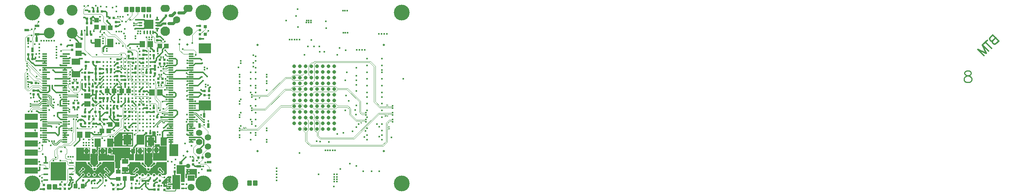
<source format=gbl>
G04 Layer_Physical_Order=8*
G04 Layer_Color=16711680*
%FSAX24Y24*%
%MOIN*%
G70*
G01*
G75*
%ADD10C,0.0049*%
%ADD11C,0.0049*%
%ADD12C,0.0055*%
%ADD14C,0.0118*%
%ADD15C,0.0256*%
%ADD16R,0.0244X0.0244*%
%ADD19R,0.0244X0.0244*%
%ADD20R,0.0394X0.0354*%
%ADD21R,0.0571X0.0433*%
%ADD22R,0.0244X0.0228*%
%ADD23R,0.0228X0.0244*%
%ADD26R,0.0354X0.0394*%
%ADD27R,0.0315X0.0315*%
%ADD28R,0.0394X0.0394*%
%ADD30R,0.0453X0.0571*%
%ADD32R,0.0571X0.0453*%
%ADD33C,0.0394*%
%ADD34R,0.0748X0.0571*%
%ADD35R,0.0394X0.0394*%
%ADD45R,0.0236X0.0394*%
%ADD51R,0.0394X0.0236*%
%ADD52R,0.1181X0.0551*%
%ADD53R,0.1181X0.0512*%
%ADD65C,0.0079*%
%ADD66C,0.0138*%
%ADD67C,0.0157*%
%ADD68C,0.0120*%
%ADD69C,0.0098*%
%ADD70C,0.0059*%
%ADD71C,0.0197*%
%ADD72C,0.0071*%
%ADD73C,0.0039*%
%ADD79C,0.0100*%
G04:AMPARAMS|DCode=80|XSize=41.3mil|YSize=49.2mil|CornerRadius=10.3mil|HoleSize=0mil|Usage=FLASHONLY|Rotation=0.000|XOffset=0mil|YOffset=0mil|HoleType=Round|Shape=RoundedRectangle|*
%AMROUNDEDRECTD80*
21,1,0.0413,0.0285,0,0,0.0*
21,1,0.0207,0.0492,0,0,0.0*
1,1,0.0207,0.0103,-0.0143*
1,1,0.0207,-0.0103,-0.0143*
1,1,0.0207,-0.0103,0.0143*
1,1,0.0207,0.0103,0.0143*
%
%ADD80ROUNDEDRECTD80*%
%ADD81C,0.0551*%
%ADD82R,0.0591X0.0512*%
%ADD83C,0.0591*%
%ADD84O,0.0827X0.0630*%
%ADD85C,0.0827*%
%ADD86C,0.0630*%
%ADD87R,0.1102X0.0866*%
%ADD88C,0.0945*%
%ADD89C,0.0197*%
%ADD90C,0.1378*%
%ADD91C,0.0315*%
%ADD92C,0.0157*%
%ADD105C,0.0236*%
%ADD113R,0.0394X0.0118*%
%ADD114R,0.0283X0.0280*%
%ADD115R,0.0709X0.0886*%
%ADD116R,0.0236X0.0413*%
%ADD117R,0.0413X0.0236*%
%ADD118R,0.0374X0.0413*%
%ADD119R,0.0571X0.0748*%
%ADD120R,0.1378X0.1614*%
%ADD121R,0.0413X0.0177*%
%ADD122O,0.0394X0.0138*%
%ADD123O,0.0138X0.0394*%
%ADD124R,0.0846X0.0846*%
G04:AMPARAMS|DCode=125|XSize=24.4mil|YSize=22.8mil|CornerRadius=0mil|HoleSize=0mil|Usage=FLASHONLY|Rotation=135.000|XOffset=0mil|YOffset=0mil|HoleType=Round|Shape=Rectangle|*
%AMROTATEDRECTD125*
4,1,4,0.0167,-0.0006,0.0006,-0.0167,-0.0167,0.0006,-0.0006,0.0167,0.0167,-0.0006,0.0*
%
%ADD125ROTATEDRECTD125*%

%ADD126R,0.0315X0.0157*%
%ADD127R,0.0669X0.0866*%
G36*
X016524Y013835D02*
X016530Y013820D01*
X016533Y013805D01*
X016535Y013801D01*
Y013738D01*
X016523Y013719D01*
X016520Y013704D01*
X016514Y013690D01*
Y013380D01*
X016520Y013366D01*
X016523Y013351D01*
X016535Y013332D01*
Y013263D01*
X016523Y013244D01*
X016520Y013229D01*
X016514Y013214D01*
Y012795D01*
X016529Y012758D01*
X016535Y012755D01*
Y012520D01*
X016432Y012417D01*
X016417Y012414D01*
X016374Y012386D01*
X016346Y012343D01*
X016336Y012293D01*
X016338Y012283D01*
X016306Y012244D01*
X016134D01*
X016103Y012283D01*
X016105Y012293D01*
X016095Y012343D01*
X016067Y012386D01*
X016024Y012414D01*
X016004Y012418D01*
X015887Y012535D01*
X015889Y012547D01*
X015876Y012613D01*
X015874Y012615D01*
Y012791D01*
X015876Y012795D01*
Y012982D01*
X015876Y012982D01*
X015889Y013047D01*
X015876Y013113D01*
X015876Y013113D01*
Y013350D01*
X015915Y013376D01*
X015926Y013376D01*
X016073D01*
Y013632D01*
X016152D01*
Y013711D01*
X016388D01*
Y013887D01*
X016388Y013888D01*
X016390Y013937D01*
X016524D01*
Y013835D01*
D02*
G37*
G36*
X021919Y014222D02*
Y014045D01*
X022539D01*
X022539Y012804D01*
X022527Y012786D01*
X022526Y012780D01*
X021345Y012780D01*
Y012936D01*
X021339Y012950D01*
X021336Y012966D01*
X021331Y012973D01*
Y013090D01*
X021336Y013097D01*
X021339Y013113D01*
X021345Y013127D01*
Y013921D01*
X021331Y013955D01*
Y014045D01*
X021486D01*
Y014222D01*
X021919Y014222D01*
D02*
G37*
G36*
X020268Y012579D02*
X020259Y012531D01*
X020272Y012466D01*
X020308Y012411D01*
X020364Y012374D01*
X020429Y012361D01*
X020441Y012363D01*
X020551Y012253D01*
X020555Y012236D01*
X020583Y012193D01*
X020625Y012165D01*
X020675Y012155D01*
X020689Y012158D01*
X020768Y012079D01*
X020759Y012032D01*
X020772Y011966D01*
X020808Y011911D01*
X020864Y011874D01*
X020929Y011861D01*
X020994Y011874D01*
X021050Y011911D01*
X021087Y011966D01*
X021100Y012032D01*
X021090Y012079D01*
X021169Y012158D01*
X021183Y012155D01*
X021233Y012165D01*
X021275Y012193D01*
X021304Y012236D01*
X021307Y012253D01*
X021417Y012363D01*
X021429Y012361D01*
X021494Y012374D01*
X021550Y012411D01*
X021587Y012466D01*
X021600Y012531D01*
X021590Y012579D01*
X021679Y012668D01*
X022179D01*
X022541Y012666D01*
X022549Y012654D01*
X022551Y011655D01*
X022427Y011531D01*
X022100D01*
X022087Y011597D01*
X022050Y011652D01*
X021994Y011689D01*
X021929Y011702D01*
X021864Y011689D01*
X021809Y011652D01*
X021772Y011597D01*
X021759Y011531D01*
X021600D01*
X021587Y011597D01*
X021550Y011652D01*
X021494Y011689D01*
X021429Y011702D01*
X021364Y011689D01*
X021309Y011652D01*
X021272Y011597D01*
X021259Y011531D01*
X021100D01*
X021100Y011531D01*
X021087Y011597D01*
X021050Y011652D01*
X020994Y011689D01*
X020929Y011702D01*
X020864Y011689D01*
X020808Y011652D01*
X020772Y011597D01*
X020759Y011531D01*
X020759Y011531D01*
X020600D01*
X020587Y011597D01*
X020550Y011652D01*
X020494Y011689D01*
X020429Y011702D01*
X020364Y011689D01*
X020308Y011652D01*
X020272Y011597D01*
X020259Y011531D01*
X020100D01*
X020087Y011597D01*
X020050Y011652D01*
X019994Y011689D01*
X019929Y011702D01*
X019864Y011689D01*
X019808Y011652D01*
X019772Y011597D01*
X019759Y011531D01*
X019431D01*
X019325Y011637D01*
X018598D01*
Y011752D01*
X018819D01*
Y012018D01*
X018898D01*
Y012096D01*
X019232D01*
Y012283D01*
X019083D01*
X019064Y012330D01*
X019195Y012461D01*
X019232D01*
Y012498D01*
X019291Y012557D01*
Y012665D01*
X019679Y012668D01*
X020179D01*
X020268Y012579D01*
D02*
G37*
G36*
X015557Y012595D02*
X015548Y012547D01*
X015561Y012482D01*
X015598Y012427D01*
X015653Y012390D01*
X015718Y012377D01*
X015731Y012379D01*
X015851Y012259D01*
X015854Y012243D01*
X015882Y012201D01*
X015924Y012173D01*
X015974Y012163D01*
X015987Y012165D01*
X016057Y012095D01*
X016048Y012047D01*
X016061Y011982D01*
X016098Y011927D01*
X016153Y011890D01*
X016219Y011877D01*
X016284Y011890D01*
X016339Y011927D01*
X016376Y011982D01*
X016389Y012047D01*
X016380Y012095D01*
X016451Y012166D01*
X016467Y012163D01*
X016516Y012173D01*
X016559Y012201D01*
X016587Y012243D01*
X016591Y012264D01*
X016706Y012379D01*
X016718Y012377D01*
X016784Y012390D01*
X016839Y012427D01*
X016876Y012482D01*
X016889Y012547D01*
X016880Y012595D01*
X016968Y012684D01*
X017469D01*
X017968Y012681D01*
X017971Y011801D01*
X017546Y011376D01*
X017387Y011535D01*
X017389Y011547D01*
X017376Y011613D01*
X017339Y011668D01*
X017284Y011705D01*
X017219Y011718D01*
X017153Y011705D01*
X017098Y011668D01*
X017061Y011613D01*
X017048Y011547D01*
X017061Y011482D01*
X017098Y011427D01*
X017153Y011390D01*
X017219Y011377D01*
X017231Y011379D01*
X017280Y011330D01*
X017261Y011283D01*
X017110D01*
X017095Y011301D01*
X017085Y011351D01*
X017057Y011393D01*
X017014Y011422D01*
X016997Y011425D01*
X016887Y011535D01*
X016889Y011547D01*
X016876Y011613D01*
X016839Y011668D01*
X016784Y011705D01*
X016718Y011718D01*
X016653Y011705D01*
X016598Y011668D01*
X016561Y011613D01*
X016548Y011547D01*
X016561Y011482D01*
X016598Y011427D01*
X016653Y011390D01*
X016718Y011377D01*
X016731Y011379D01*
X016780Y011330D01*
X016761Y011283D01*
X015176D01*
X015157Y011330D01*
X015206Y011379D01*
X015218Y011377D01*
X015284Y011390D01*
X015339Y011427D01*
X015376Y011482D01*
X015389Y011547D01*
X015376Y011613D01*
X015339Y011668D01*
X015284Y011705D01*
X015218Y011718D01*
X015153Y011705D01*
X015098Y011668D01*
X015061Y011613D01*
X015048Y011547D01*
X015050Y011535D01*
X014891Y011376D01*
X014615Y011653D01*
X014612D01*
X014577Y011688D01*
Y011909D01*
X014577Y011910D01*
X014583Y011939D01*
X014577Y011968D01*
X014577Y011969D01*
Y012681D01*
X014969Y012684D01*
X015468D01*
X015557Y012595D01*
D02*
G37*
G36*
X021292Y013127D02*
X021272Y013097D01*
X021259Y013032D01*
X021272Y012966D01*
X021292Y012936D01*
Y012627D01*
X021272Y012597D01*
X021259Y012531D01*
X021261Y012519D01*
X021151Y012410D01*
X021133Y012406D01*
X021091Y012378D01*
X021063Y012335D01*
X021053Y012285D01*
X021054Y012278D01*
X021013Y012228D01*
X020845D01*
X020804Y012278D01*
X020806Y012285D01*
X020796Y012335D01*
X020767Y012378D01*
X020725Y012406D01*
X020707Y012410D01*
X020597Y012519D01*
X020600Y012531D01*
X020587Y012597D01*
X020585Y012599D01*
Y012964D01*
X020587Y012966D01*
X020600Y013032D01*
X020587Y013097D01*
X020585Y013099D01*
Y013921D01*
X020758D01*
Y013799D01*
X020994D01*
X021230D01*
Y013921D01*
X021292D01*
Y013127D01*
D02*
G37*
G36*
X018482Y013921D02*
X019333D01*
X019349Y013878D01*
X019349D01*
Y013701D01*
X019585D01*
Y013622D01*
X019664D01*
Y013366D01*
X019679D01*
Y012813D01*
X019232D01*
Y012992D01*
X018976D01*
Y012726D01*
X018819D01*
Y012992D01*
X018563D01*
Y012813D01*
X018482D01*
Y012678D01*
Y012124D01*
X018023D01*
X018022Y012681D01*
X018014Y012699D01*
X018006Y012718D01*
X018006Y012718D01*
X018006Y012718D01*
X018000Y012721D01*
X017978Y012770D01*
X017980Y012779D01*
X017986Y012795D01*
Y013268D01*
X017971Y013305D01*
X017933Y013321D01*
X017601Y013321D01*
X017600Y013322D01*
X017629Y013372D01*
X017795D01*
Y013550D01*
X017559D01*
Y013628D01*
X017480D01*
Y013884D01*
X017374D01*
Y013937D01*
X018482D01*
Y013921D01*
D02*
G37*
G36*
X023533Y013209D02*
X023529Y013199D01*
X022756D01*
Y014232D01*
X023533D01*
Y013209D01*
D02*
G37*
G36*
X015823Y012795D02*
X014626D01*
Y013120D01*
Y013937D01*
X015823D01*
Y012795D01*
D02*
G37*
G36*
X020532Y013099D02*
X020533Y013095D01*
Y012968D01*
X020532Y012964D01*
Y012780D01*
X019765D01*
Y013366D01*
X019822D01*
Y013878D01*
X019775D01*
Y013891D01*
X019806Y013921D01*
X020532D01*
Y013099D01*
D02*
G37*
G36*
X017321Y013268D02*
X017933Y013268D01*
Y012795D01*
X017805Y012795D01*
X016567D01*
Y013214D01*
X016589Y013247D01*
X016599Y013297D01*
X016589Y013347D01*
X016567Y013380D01*
Y013690D01*
X016587Y013720D01*
X016597Y013770D01*
X016587Y013820D01*
X016577Y013835D01*
Y013937D01*
X017321D01*
Y013268D01*
D02*
G37*
G36*
X022943Y011220D02*
X022844D01*
Y011093D01*
Y010965D01*
X022943D01*
Y010846D01*
X022559D01*
Y010591D01*
X022943D01*
Y010472D01*
X022844D01*
Y010344D01*
X022766D01*
Y010266D01*
X022559D01*
Y010256D01*
X022494D01*
Y010398D01*
X022494D01*
Y010409D01*
X022494D01*
Y010502D01*
X022323D01*
Y010581D01*
X022244D01*
Y010752D01*
X022152D01*
Y010752D01*
X022106Y010762D01*
X022096Y010768D01*
Y010896D01*
X022638Y011437D01*
X022943D01*
Y011220D01*
D02*
G37*
G36*
X023691Y010758D02*
X023031Y010718D01*
Y011526D01*
X023691D01*
Y010758D01*
D02*
G37*
G36*
X024094Y012392D02*
Y010915D01*
X023760Y010915D01*
Y011614D01*
X023396D01*
Y012392D01*
X024094Y012392D01*
D02*
G37*
G36*
X021575Y015294D02*
X021572Y015276D01*
X021584Y015214D01*
X021612Y015172D01*
X021584Y015130D01*
X021572Y015069D01*
X021584Y015007D01*
X021619Y014955D01*
X021644Y014939D01*
X021644Y014331D01*
X021486D01*
Y014390D01*
X021230D01*
Y014045D01*
X021278D01*
Y013983D01*
X021230Y013976D01*
X021230Y013976D01*
X021230Y013976D01*
X020758D01*
Y013975D01*
X020630D01*
Y014134D01*
Y014942D01*
X020713Y015026D01*
X020919D01*
Y015026D01*
X020931D01*
Y015026D01*
X021274D01*
Y015344D01*
X021534D01*
X021575Y015294D01*
D02*
G37*
G36*
X025167Y011250D02*
X025000D01*
Y011545D01*
X024311D01*
Y011250D01*
X024183D01*
Y011600D01*
X024185Y011650D01*
X024233Y011650D01*
X024270D01*
Y011821D01*
Y011992D01*
X024228D01*
X024203Y012042D01*
X024222Y012067D01*
X025167D01*
Y011250D01*
D02*
G37*
G36*
X019606Y015052D02*
X019604Y015039D01*
X019606Y015027D01*
Y014035D01*
X017923D01*
Y014291D01*
X017589D01*
Y014449D01*
X017923D01*
Y014790D01*
X017937Y014799D01*
X017965Y014842D01*
X017968Y014858D01*
X018374Y015264D01*
X018854Y015264D01*
X018858Y015263D01*
X018863Y015264D01*
X019606Y015264D01*
Y015052D01*
D02*
G37*
%LPC*%
G36*
X016388Y013553D02*
X016230D01*
Y013376D01*
X016388D01*
Y013553D01*
D02*
G37*
G36*
X021545Y013976D02*
X021388D01*
Y013799D01*
X021545D01*
Y013976D01*
D02*
G37*
G36*
X021860D02*
X021703D01*
Y013799D01*
X021860D01*
Y013976D01*
D02*
G37*
G36*
Y013642D02*
X021703D01*
Y013465D01*
X021860D01*
Y013642D01*
D02*
G37*
G36*
X021545D02*
X021388D01*
Y013465D01*
X021545D01*
Y013642D01*
D02*
G37*
G36*
X019232Y011939D02*
X018976D01*
Y011752D01*
X019232D01*
Y011939D01*
D02*
G37*
G36*
X019929Y012202D02*
X019864Y012189D01*
X019808Y012152D01*
X019772Y012097D01*
X019759Y012032D01*
X019761Y012019D01*
X019651Y011910D01*
X019633Y011906D01*
X019591Y011878D01*
X019563Y011835D01*
X019553Y011785D01*
X019563Y011736D01*
X019591Y011693D01*
X019633Y011665D01*
X019683Y011655D01*
X019733Y011665D01*
X019775Y011693D01*
X019804Y011736D01*
X019807Y011753D01*
X019917Y011863D01*
X019929Y011861D01*
X019994Y011874D01*
X020050Y011911D01*
X020087Y011966D01*
X020100Y012032D01*
X020087Y012097D01*
X020050Y012152D01*
X019994Y012189D01*
X019929Y012202D01*
D02*
G37*
G36*
X021929D02*
X021864Y012189D01*
X021809Y012152D01*
X021772Y012097D01*
X021759Y012032D01*
X021772Y011966D01*
X021809Y011911D01*
X021864Y011874D01*
X021929Y011861D01*
X021941Y011863D01*
X022051Y011753D01*
X022055Y011736D01*
X022083Y011693D01*
X022125Y011665D01*
X022175Y011655D01*
X022225Y011665D01*
X022267Y011693D01*
X022296Y011736D01*
X022306Y011785D01*
X022296Y011835D01*
X022267Y011878D01*
X022225Y011906D01*
X022207Y011910D01*
X022097Y012019D01*
X022100Y012032D01*
X022087Y012097D01*
X022050Y012152D01*
X021994Y012189D01*
X021929Y012202D01*
D02*
G37*
G36*
X015218Y012218D02*
X015153Y012205D01*
X015098Y012168D01*
X015061Y012113D01*
X015048Y012047D01*
X015050Y012035D01*
X014940Y011925D01*
X014923Y011922D01*
X014880Y011893D01*
X014852Y011851D01*
X014842Y011801D01*
X014852Y011751D01*
X014880Y011709D01*
X014923Y011681D01*
X014972Y011671D01*
X015022Y011681D01*
X015065Y011709D01*
X015093Y011751D01*
X015097Y011769D01*
X015206Y011879D01*
X015218Y011877D01*
X015284Y011890D01*
X015339Y011927D01*
X015376Y011982D01*
X015389Y012047D01*
X015376Y012113D01*
X015339Y012168D01*
X015284Y012205D01*
X015218Y012218D01*
D02*
G37*
G36*
X016219Y011718D02*
X016153Y011705D01*
X016098Y011668D01*
X016061Y011613D01*
X016048Y011547D01*
X016061Y011482D01*
X016098Y011427D01*
X016153Y011390D01*
X016219Y011377D01*
X016284Y011390D01*
X016339Y011427D01*
X016376Y011482D01*
X016389Y011547D01*
X016376Y011613D01*
X016339Y011668D01*
X016284Y011705D01*
X016219Y011718D01*
D02*
G37*
G36*
X015718Y011718D02*
X015653Y011705D01*
X015598Y011668D01*
X015561Y011613D01*
X015548Y011547D01*
X015561Y011482D01*
X015598Y011427D01*
X015653Y011390D01*
X015718Y011377D01*
X015784Y011390D01*
X015839Y011427D01*
X015876Y011482D01*
X015889Y011547D01*
X015876Y011613D01*
X015839Y011668D01*
X015784Y011705D01*
X015718Y011718D01*
D02*
G37*
G36*
X017219Y012218D02*
X017153Y012205D01*
X017098Y012168D01*
X017061Y012113D01*
X017048Y012047D01*
X017061Y011982D01*
X017098Y011927D01*
X017153Y011890D01*
X017219Y011877D01*
X017231Y011879D01*
X017340Y011769D01*
X017344Y011751D01*
X017372Y011709D01*
X017415Y011681D01*
X017465Y011671D01*
X017514Y011681D01*
X017557Y011709D01*
X017585Y011751D01*
X017595Y011801D01*
X017585Y011851D01*
X017557Y011893D01*
X017514Y011922D01*
X017497Y011925D01*
X017387Y012035D01*
X017389Y012047D01*
X017376Y012113D01*
X017339Y012168D01*
X017284Y012205D01*
X017219Y012218D01*
D02*
G37*
G36*
X020915Y013642D02*
X020758D01*
Y013465D01*
X020915D01*
Y013642D01*
D02*
G37*
G36*
X021230D02*
X021073D01*
Y013465D01*
X021230D01*
Y013642D01*
D02*
G37*
G36*
X019507Y013543D02*
X019349D01*
Y013366D01*
X019507D01*
Y013543D01*
D02*
G37*
G36*
X017795Y013884D02*
X017638D01*
Y013707D01*
X017795D01*
Y013884D01*
D02*
G37*
G36*
X015758Y013888D02*
X015600D01*
Y013711D01*
X015758D01*
Y013888D01*
D02*
G37*
G36*
X015443D02*
X015285D01*
Y013711D01*
X015443D01*
Y013888D01*
D02*
G37*
G36*
Y013553D02*
X015285D01*
Y013376D01*
X015443D01*
Y013553D01*
D02*
G37*
G36*
X015758D02*
X015600D01*
Y013376D01*
X015758D01*
Y013553D01*
D02*
G37*
G36*
X020137Y013543D02*
X019979D01*
Y013366D01*
X020137D01*
Y013543D01*
D02*
G37*
G36*
X020452D02*
X020294D01*
Y013366D01*
X020452D01*
Y013543D01*
D02*
G37*
G36*
X020137Y013878D02*
X019979D01*
Y013701D01*
X020137D01*
Y013878D01*
D02*
G37*
G36*
X020452D02*
X020294D01*
Y013701D01*
X020452D01*
Y013878D01*
D02*
G37*
G36*
X016850Y013884D02*
X016693D01*
Y013707D01*
X016850D01*
Y013884D01*
D02*
G37*
G36*
X017165D02*
X017008D01*
Y013707D01*
X017165D01*
Y013884D01*
D02*
G37*
G36*
Y013550D02*
X017008D01*
Y013372D01*
X017165D01*
Y013550D01*
D02*
G37*
G36*
X016850D02*
X016693D01*
Y013372D01*
X016850D01*
Y013550D01*
D02*
G37*
G36*
X022687Y010472D02*
X022559D01*
Y010423D01*
X022687D01*
Y010472D01*
D02*
G37*
G36*
X022494Y010752D02*
X022402D01*
Y010659D01*
X022494D01*
Y010752D01*
D02*
G37*
G36*
X022687Y011014D02*
X022559D01*
Y010965D01*
X022687D01*
Y011014D01*
D02*
G37*
G36*
Y011220D02*
X022559D01*
Y011171D01*
X022687D01*
Y011220D01*
D02*
G37*
G36*
X021073Y014390D02*
X020817D01*
Y014045D01*
X021073D01*
Y014390D01*
D02*
G37*
G36*
X021486Y014892D02*
X021230D01*
Y014547D01*
X021486D01*
Y014892D01*
D02*
G37*
G36*
X021073D02*
X020817D01*
Y014547D01*
X021073D01*
Y014892D01*
D02*
G37*
G36*
X024427Y011992D02*
Y011900D01*
X024512D01*
Y011992D01*
X024427D01*
D02*
G37*
G36*
X024512Y011742D02*
X024427D01*
Y011650D01*
X024512D01*
Y011742D01*
D02*
G37*
G36*
X019006Y015118D02*
X018681D01*
Y014705D01*
X019006D01*
Y015118D01*
D02*
G37*
G36*
X019488D02*
X019163D01*
Y014705D01*
X019488D01*
Y015118D01*
D02*
G37*
G36*
X019006Y014547D02*
X018681D01*
Y014134D01*
X019006D01*
Y014547D01*
D02*
G37*
G36*
X019488D02*
X019163D01*
Y014134D01*
X019488D01*
Y014547D01*
D02*
G37*
%LPD*%
D10*
X020797Y022638D02*
G03*
X020804Y022621I000024J000000D01*
G01*
X011461Y019350D02*
X011658Y019154D01*
X010742Y019350D02*
X011461D01*
X011378Y019213D02*
X011634Y018957D01*
X010823Y019213D02*
X011378D01*
X011575Y019547D02*
X011880D01*
X011339Y019783D02*
X011575Y019547D01*
X019066Y017190D02*
X019185Y017309D01*
X019066Y017176D02*
Y017190D01*
X018945Y017055D02*
X019066Y017176D01*
X018907Y017055D02*
X018945D01*
X026240Y012028D02*
Y012215D01*
X025974Y012480D02*
X026240Y012215D01*
X025472Y012480D02*
X025974D01*
X024882Y013476D02*
X025287Y013071D01*
X024882Y013476D02*
Y013937D01*
X013878Y010933D02*
Y012018D01*
X013622Y010677D02*
X013878Y010933D01*
X013923Y018957D02*
X014012Y018868D01*
X013632Y018957D02*
X013923D01*
X017872Y010301D02*
X017964Y010393D01*
X018013D01*
X018278Y010657D01*
X020000Y025630D02*
Y026033D01*
X019508Y025138D02*
X020000Y025630D01*
X019350Y025138D02*
X019508D01*
X018051Y023819D02*
X018947Y022923D01*
X017701Y023819D02*
X018051D01*
X017283Y024236D02*
X017701Y023819D01*
X018012Y023661D02*
X018701Y022972D01*
X017402Y023661D02*
X018012D01*
X017077Y023986D02*
X017402Y023661D01*
X015271Y025664D02*
Y026043D01*
X020804Y022621D02*
X020804Y022621D01*
X020797Y022638D02*
Y023533D01*
X020804Y022621D02*
X020945Y022480D01*
X012746Y013692D02*
X013099Y014045D01*
X012746Y013150D02*
Y013692D01*
X013099Y014045D02*
X013366D01*
X016311Y017047D02*
Y017443D01*
X016090Y017664D02*
X016311Y017443D01*
X013632Y019547D02*
X013868D01*
X013912Y019503D01*
Y019464D02*
Y019503D01*
Y019464D02*
X013922Y019455D01*
Y019219D02*
Y019455D01*
X020945Y020984D02*
Y022480D01*
X014567Y016339D02*
X014626Y016398D01*
X010335Y021033D02*
X010561Y020807D01*
X010335Y021033D02*
Y021093D01*
X013582Y014262D02*
X014010D01*
X013140Y013947D02*
X013427D01*
X013574Y014114D02*
X014134D01*
X013479Y014020D02*
X013574Y014114D01*
X013366Y014045D02*
X013582Y014262D01*
X013479Y014000D02*
Y014020D01*
X013427Y013947D02*
X013479Y014000D01*
X014567Y014547D02*
Y016339D01*
X014134Y014114D02*
X014567Y014547D01*
X014010Y014262D02*
X014311Y014563D01*
X012933Y013740D02*
X013140Y013947D01*
X012933Y013346D02*
Y013740D01*
Y013346D02*
X012997Y013282D01*
X011726Y011096D02*
X011959D01*
X011624Y010994D02*
X011726Y011096D01*
X025657Y012902D02*
Y013071D01*
X025354Y012598D02*
X025657Y012902D01*
X021457Y023169D02*
Y023563D01*
X021455D02*
X021457D01*
X021281Y023737D02*
X021455Y023563D01*
X021233Y023737D02*
X021281D01*
X021093Y023878D02*
X021233Y023737D01*
X015512Y022362D02*
X015999Y021875D01*
X018346Y022087D02*
X018474Y022215D01*
X017018Y022087D02*
X018346D01*
X016865Y022240D02*
X017018Y022087D01*
X021093Y023878D02*
Y024006D01*
X020138Y010758D02*
Y011012D01*
Y010738D02*
Y010758D01*
Y011012D02*
X020350Y011223D01*
X019760Y018427D02*
X020847D01*
X010433Y023041D02*
Y023386D01*
X011201Y024587D02*
Y024803D01*
X011348Y024951D01*
X010157Y021575D02*
Y023530D01*
Y021575D02*
X010281Y021452D01*
X010354Y020394D02*
X010364D01*
X010965Y019783D02*
X011339D01*
X018453Y010657D02*
X018543Y010748D01*
X018278Y010657D02*
X018453D01*
X014405Y015331D02*
Y015911D01*
X014311Y015238D02*
X014405Y015331D01*
X013991Y016201D02*
X013996Y016206D01*
X013991Y016004D02*
X013996Y015999D01*
X011457Y019941D02*
X011654Y019744D01*
X011654Y019744D01*
X011880D01*
X011880Y019547D02*
X011880Y019547D01*
X011526Y015025D02*
X011531Y015020D01*
X011526Y014818D02*
X011531Y014823D01*
X011545Y016796D02*
X011550Y016791D01*
X011545Y016590D02*
X011550Y016594D01*
X019468Y010404D02*
Y010787D01*
X020621Y011223D02*
X020929Y011531D01*
X020350Y011223D02*
X020621D01*
X019468Y010787D02*
X019468Y010787D01*
X022142Y011319D02*
X022333D01*
X021929Y011531D02*
X022142Y011319D01*
X017894Y025241D02*
Y025276D01*
X021673Y017101D02*
X021753Y017022D01*
X021673Y017101D02*
Y017657D01*
X021535Y017795D02*
X021673Y017657D01*
X021043Y017795D02*
X021535D01*
X020959Y017879D02*
X021043Y017795D01*
X020959Y017879D02*
Y018314D01*
X021753Y017022D02*
X022040D01*
X025287Y012925D02*
Y013071D01*
X025157Y012795D02*
X025287Y012925D01*
X020847Y018427D02*
X020959Y018314D01*
X013417Y022502D02*
X014272D01*
X013287Y022372D02*
X013417Y022502D01*
X016693Y023622D02*
X016747Y023676D01*
X016978Y023681D02*
X017047D01*
X016973Y023676D02*
X016978Y023681D01*
X016747Y023676D02*
X016973D01*
X017047Y023681D02*
X017165Y023563D01*
Y022969D02*
Y023563D01*
X016865Y022669D02*
X017165Y022969D01*
X013922Y019219D02*
X014421Y018720D01*
X014727D02*
X014955Y018948D01*
X014421Y018720D02*
X014727D01*
X018947Y022707D02*
Y022923D01*
X018701Y022825D02*
Y022972D01*
X020315Y020866D02*
X020389Y020940D01*
X015566Y026339D02*
X015669D01*
X015271Y026043D02*
X015566Y026339D01*
X015374Y022500D02*
X015512Y022362D01*
X015374Y022500D02*
Y024193D01*
X015512Y022362D02*
X015512Y022362D01*
X022040Y017022D02*
X022144Y017126D01*
X014724Y015630D02*
X014764Y015591D01*
X015905D01*
X020315Y020428D02*
Y020866D01*
X016772Y026280D02*
Y026299D01*
X025194Y024219D02*
X025450D01*
X013969Y017972D02*
X013974Y017977D01*
X013969Y017776D02*
X013974Y017771D01*
X016689Y021414D02*
X016693Y021417D01*
X023646Y022467D02*
X024006Y022106D01*
X013632Y020335D02*
X013878D01*
X014094Y020551D01*
X013632Y020138D02*
X013917D01*
X014094Y020315D01*
X025153Y016398D02*
X025157Y016403D01*
X024995Y017382D02*
X025000Y017377D01*
X024995Y017579D02*
X025000Y017584D01*
X020748Y020157D02*
X020787D01*
X020576Y020330D02*
X020748Y020157D01*
X020413Y020330D02*
X020576D01*
X020315Y020428D02*
X020413Y020330D01*
X020930Y019385D02*
X021102Y019212D01*
X020930Y019385D02*
Y019611D01*
X019134Y020000D02*
X019281D01*
X019055Y020079D02*
X019134Y020000D01*
X018956Y020930D02*
X019055Y020831D01*
X018868Y020930D02*
X018956D01*
X018725Y021073D02*
X018868Y020930D01*
X019527Y017637D02*
X019567D01*
X011634Y018957D02*
X011880D01*
X010518Y018907D02*
X010823Y019213D01*
X019055Y020079D02*
Y020831D01*
X011658Y019154D02*
X011880D01*
X011895D01*
X015905Y015591D02*
X016063Y015748D01*
X016311Y016759D02*
X016378Y016693D01*
X016142Y016406D02*
Y016614D01*
X016063Y016693D02*
X016142Y016614D01*
X015776Y016063D02*
X015799D01*
X016142Y016406D01*
X016311Y016759D02*
Y017047D01*
X011535Y015408D02*
X011540Y015413D01*
X011535Y015615D02*
X011540Y015610D01*
X019212Y017638D02*
X019213D01*
X026161Y015689D02*
Y015846D01*
X026181Y015866D01*
X026161Y015846D02*
Y016240D01*
X025657Y013071D02*
Y013374D01*
X026142Y013858D01*
Y014032D01*
X024882Y013937D02*
X025354Y014409D01*
Y014426D01*
X025839Y018520D02*
X026248D01*
X026248Y018520D01*
X014955Y018948D02*
Y019676D01*
X015143Y020497D02*
X015394D01*
X015118Y020472D02*
X015143Y020497D01*
X019682Y018505D02*
X019760Y018427D01*
X017894Y025276D02*
X017913Y025256D01*
X018381Y025241D02*
X018622Y025000D01*
X025153Y016201D02*
X025157Y016196D01*
X019682Y018505D02*
Y019367D01*
X019842Y019527D01*
X016311Y019567D02*
X016350D01*
X026240Y018512D02*
X026248Y018520D01*
X026240Y018258D02*
Y018512D01*
X024006Y022106D02*
X024656D01*
X023646Y022467D02*
Y022992D01*
X010295Y024213D02*
X010635D01*
X010723Y024300D01*
X025906Y012638D02*
X026220D01*
X025354Y012598D02*
X025472Y012480D01*
X019567Y017637D02*
X019724Y017480D01*
X019933D01*
X020130Y017677D01*
X022904Y017563D02*
Y017579D01*
X022144Y017126D02*
X022402D01*
X022657Y017579D02*
X022904D01*
X022392Y017313D02*
X022657Y017579D01*
X022244Y017313D02*
X022392D01*
X022402Y017126D02*
X022657Y017382D01*
X022904D01*
X024400Y018563D02*
X024656D01*
X024982Y021909D02*
X025079Y022007D01*
X024656Y021909D02*
X024982D01*
X019336Y021274D02*
X019384Y021226D01*
Y020098D02*
Y021226D01*
X013632Y019744D02*
X014075D01*
X014075Y019745D01*
X024291Y018435D02*
Y018445D01*
X015728Y014616D02*
X015835D01*
X016129Y014910D01*
X017311D01*
X017451Y015049D01*
X025450Y023841D02*
X025907Y024299D01*
Y024517D01*
Y023867D02*
Y023889D01*
X026161Y024144D01*
X012274Y012156D02*
Y012687D01*
X012215Y012096D02*
X012274Y012156D01*
X011959Y012096D02*
X012215D01*
X013234Y010677D02*
X013252D01*
X013622Y010307D01*
X013878Y012018D02*
X013967Y012106D01*
X013976Y012096D01*
X014203D01*
X011427Y011437D02*
X011587Y011596D01*
X011959D01*
X011476Y012431D02*
X011821D01*
X011959Y012293D01*
Y012096D02*
Y012293D01*
X014498Y011949D02*
Y012244D01*
X014370Y012372D02*
X014498Y012244D01*
X013967Y012372D02*
X014370D01*
X013878Y012461D02*
X013967Y012372D01*
X013878Y012461D02*
Y012667D01*
X013770Y012776D02*
X013878Y012667D01*
X013228Y012776D02*
X013770D01*
X013218Y012785D02*
X013228Y012776D01*
X013234Y010677D02*
Y010852D01*
X013287Y010906D01*
X013376D01*
X014311Y014563D02*
Y015238D01*
X012997Y012988D02*
Y013282D01*
X012746Y013150D02*
X012844Y013051D01*
X014203Y012596D02*
Y012805D01*
X014094Y012913D02*
X014203Y012805D01*
X013799Y012913D02*
X014094D01*
X013681Y013032D02*
X013799Y012913D01*
X013681Y013032D02*
Y013309D01*
X013809Y013437D01*
Y013782D01*
X013635Y013957D02*
X013809Y013782D01*
X013632Y013957D02*
X013635D01*
X011624Y010854D02*
X011811Y010667D01*
X011624Y010854D02*
Y010994D01*
X014498Y011949D02*
X014508Y011939D01*
X014422Y011853D02*
X014508Y011939D01*
X014334Y011853D02*
X014422D01*
X014203Y011722D02*
X014334Y011853D01*
X014203Y011596D02*
Y011722D01*
X014203Y011596D02*
X014203Y011596D01*
X019508Y025512D02*
Y026033D01*
X018957Y024961D02*
X019508Y025512D01*
X010807Y023306D02*
X010832Y023282D01*
X010807Y022480D02*
X010832Y022505D01*
Y023282D01*
X010157Y023530D02*
X010284Y023656D01*
X010290D01*
X010423Y023789D01*
X010640D01*
X010807Y023306D02*
Y023603D01*
X010891Y023687D01*
X010709Y023720D02*
X010738Y023750D01*
X010891Y023687D02*
Y024204D01*
X011026Y024339D01*
X010325Y020157D02*
X010364D01*
X010236Y019154D02*
Y020069D01*
X010325Y020157D01*
X010138Y019113D02*
Y020453D01*
Y019113D02*
X010343Y018907D01*
X010236Y019154D02*
X010335Y019055D01*
X010447D01*
X010742Y019350D01*
X010343Y018907D02*
X010518D01*
X021417Y019842D02*
X021551Y019708D01*
Y019595D02*
Y019708D01*
X021932Y017187D02*
X022003Y017258D01*
X021551Y019595D02*
X021560Y019586D01*
X021639Y019119D02*
X021731Y019212D01*
X021511Y019072D02*
X021550Y019111D01*
Y019156D01*
X021560Y019165D01*
X021850Y017402D02*
Y017834D01*
X021511Y018174D02*
X021850Y017834D01*
X021511Y018174D02*
Y019072D01*
X022406Y019926D02*
X022441Y019961D01*
X022406Y019502D02*
Y019926D01*
X022313Y019409D02*
X022406Y019502D01*
X022313Y019301D02*
Y019409D01*
X021560Y019165D02*
Y019586D01*
X022224Y019213D02*
X022313Y019301D01*
X021731Y019212D02*
Y019213D01*
X022224D01*
X020389Y020940D02*
X020900D01*
X020945Y020984D01*
X019483Y019685D02*
X020856D01*
X020930Y019611D01*
X019385Y019783D02*
X019483Y019685D01*
X019281Y020000D02*
X019385Y019896D01*
Y019783D02*
Y019896D01*
X019384Y020098D02*
X019527Y019955D01*
Y019842D02*
Y019955D01*
X019990Y020009D02*
X020157Y019842D01*
X024892Y022500D02*
X025079Y022313D01*
X023986Y022500D02*
X024892D01*
X023927Y022559D02*
X023986Y022500D01*
X025079Y022007D02*
Y022047D01*
Y022313D01*
X024903Y023916D02*
Y023928D01*
X025194Y024219D01*
X024783Y023091D02*
Y023797D01*
X024903Y023916D01*
X016865Y022240D02*
Y022669D01*
X019070Y021358D02*
X019153Y021274D01*
X019070Y021358D02*
Y021447D01*
X019153Y021274D02*
X019336D01*
X018947Y022707D02*
X019154Y022500D01*
X019774D01*
X019990Y022283D01*
Y020009D02*
Y022283D01*
X018474Y022215D02*
X018819D01*
X019016Y022018D01*
X018725Y021073D02*
Y021791D01*
X019016Y021815D02*
Y022018D01*
Y021815D02*
X019040Y021791D01*
Y021476D02*
Y021791D01*
Y021476D02*
X019070Y021447D01*
X015999Y021875D02*
X018641D01*
X018725Y021791D01*
X012908Y012899D02*
X012997Y012988D01*
X012781Y012899D02*
X012908D01*
X012534Y012948D02*
X012732D01*
X012274Y012687D02*
X012534Y012948D01*
X012732D02*
X012781Y012899D01*
X010335Y021299D02*
X010344D01*
X010138Y020453D02*
X010344Y020659D01*
Y020768D01*
X020753Y023578D02*
X020797Y023533D01*
X022239Y023105D02*
X022372Y023238D01*
X021521Y023105D02*
X022239D01*
X021457Y023169D02*
X021521Y023105D01*
X014400Y015906D02*
X014405Y015911D01*
X014400Y015906D02*
Y016417D01*
X026142Y014819D02*
Y015354D01*
X025413Y015846D02*
X025650D01*
X026142Y015354D01*
X021639Y018273D02*
Y019119D01*
X022003Y017258D02*
Y017908D01*
X021639Y018273D02*
X022003Y017908D01*
X011658Y017185D02*
X011880D01*
X011618Y017225D02*
X011658Y017185D01*
Y017382D02*
X011880D01*
X011618Y017342D02*
X011658Y017382D01*
X011506Y017342D02*
X011618D01*
X011407Y017441D02*
X011506Y017342D01*
X011458Y017225D02*
X011618D01*
X011358Y017325D02*
X011458Y017225D01*
X010829Y017325D02*
X011358D01*
X010728Y017224D02*
X010829Y017325D01*
X010728Y017096D02*
Y017224D01*
X010781Y017441D02*
X011407D01*
X010612Y017273D02*
X010781Y017441D01*
X010612Y017236D02*
Y017273D01*
X010472Y017096D02*
X010612Y017236D01*
X010354Y020394D02*
X010965Y019783D01*
X014955Y019676D02*
X015119Y019841D01*
X017894Y025241D02*
X018381D01*
X024281Y018445D02*
X024291Y018435D01*
X017283Y024236D02*
Y024685D01*
X017008Y024961D02*
X017283Y024685D01*
X017008Y024961D02*
Y025423D01*
X016811Y025620D02*
X017008Y025423D01*
X015315Y025620D02*
X016811D01*
X015271Y025664D02*
X015315Y025620D01*
X010561Y020541D02*
Y020807D01*
Y020541D02*
X011161Y019941D01*
X011457D01*
X010344Y021299D02*
X011505Y020138D01*
X011880D01*
X010281Y021452D02*
X010399D01*
X011516Y020335D01*
X011880D01*
X010640Y023789D02*
X010709Y023720D01*
X016063Y019815D02*
Y019842D01*
Y019815D02*
X016311Y019567D01*
X022047Y020640D02*
X022539D01*
X022628Y020728D01*
X022904D01*
D11*
X020804Y022621D02*
D03*
D12*
X022347Y016232D02*
G03*
X022325Y016210I000000J-000022D01*
G01*
X022303Y016075D02*
G03*
X022325Y016097I000000J000022D01*
G01*
X022215Y016210D02*
G03*
X022193Y016232I-000022J000000D01*
G01*
X022215Y016097D02*
G03*
X022237Y016075I000022J000000D01*
G01*
X021854Y019551D02*
X021854Y019551D01*
X021850Y019547D02*
X021854Y019551D01*
X014485Y017471D02*
Y017475D01*
Y017249D02*
Y017471D01*
X022347Y016232D02*
X022648D01*
X022325Y016097D02*
Y016210D01*
X022215Y016097D02*
Y016210D01*
X022237Y016075D02*
X022303D01*
X022049Y016232D02*
X022193D01*
X014692Y017249D02*
Y017411D01*
X022025Y021733D02*
Y021870D01*
X021928Y021636D02*
X022025Y021733D01*
X022232Y021733D02*
Y021870D01*
Y021733D02*
X022328Y021636D01*
X021732Y015915D02*
X022049Y016232D01*
X021732Y015748D02*
Y015915D01*
X013407Y014626D02*
X013632D01*
X013364Y014583D02*
X013407Y014626D01*
X013185Y014583D02*
X013364D01*
X013407Y014429D02*
X013632D01*
X013388Y014449D02*
X013407Y014429D01*
X013240Y014449D02*
X013388D01*
X012889Y014286D02*
X013185Y014583D01*
X012944Y014153D02*
X013240Y014449D01*
X012698Y014153D02*
X012944D01*
X012546Y014305D02*
X012698Y014153D01*
X012546Y014305D02*
Y014452D01*
X012754Y014286D02*
X012889D01*
X012680Y014360D02*
X012754Y014286D01*
X012680Y014360D02*
Y014452D01*
X012717Y014488D01*
X012510D02*
X012546Y014452D01*
X011852Y017945D02*
X011880Y017972D01*
X011596Y017945D02*
X011852D01*
X011381Y017729D02*
X011596Y017945D01*
X011616Y017776D02*
X011880D01*
X011436Y017595D02*
X011616Y017776D01*
X010686Y017595D02*
X011436D01*
X010686Y017729D02*
X011381D01*
X010650Y017766D02*
X010686Y017729D01*
X010650Y017559D02*
X010686Y017595D01*
X012596Y017431D02*
X012638D01*
X012579Y017638D02*
X012638D01*
X012333Y017695D02*
X012596Y017431D01*
X012467Y017750D02*
X012579Y017638D01*
X012467Y017750D02*
Y018343D01*
X012278Y018532D02*
X012467Y018343D01*
X012333Y017695D02*
Y018287D01*
X012222Y018398D02*
X012333Y018287D01*
X012136Y018532D02*
X012278D01*
X012104Y018563D02*
X012136Y018532D01*
X011880Y018563D02*
X012104D01*
X012136Y018398D02*
X012222D01*
X012104Y018366D02*
X012136Y018398D01*
X011880Y018366D02*
X012104D01*
X013632Y016201D02*
X013991D01*
X013632Y016004D02*
X013991D01*
X014194Y015447D02*
X014232Y015408D01*
X014008Y015581D02*
X014198D01*
X014232Y015615D01*
X014063Y015447D02*
X014194D01*
X014061Y015445D02*
X014063Y015447D01*
X013888Y015445D02*
X014061D01*
X014006Y015579D02*
X014008Y015581D01*
X013888Y015579D02*
X014006D01*
X013856Y015610D02*
X013888Y015579D01*
X013632Y015610D02*
X013856D01*
Y015413D02*
X013888Y015445D01*
X013632Y015413D02*
X013856D01*
X013247Y016169D02*
X013286Y016130D01*
X013089Y016035D02*
X013140Y015984D01*
X012136Y016035D02*
X013089D01*
X012136Y016169D02*
X013247D01*
X012104Y016201D02*
X012136Y016169D01*
X011880Y016201D02*
X012104D01*
Y016004D02*
X012136Y016035D01*
X011880Y016004D02*
X012104D01*
X014696Y016626D02*
X014732Y016590D01*
X013888Y016626D02*
X014696D01*
X014696Y016760D02*
X014732Y016796D01*
X013888Y016760D02*
X014696D01*
X013856Y016791D02*
X013888Y016760D01*
X013632Y016791D02*
X013856D01*
Y016594D02*
X013888Y016626D01*
X013632Y016594D02*
X013856D01*
X013632Y017972D02*
X013969D01*
X013632Y017776D02*
X013969D01*
X013931Y017382D02*
X014042Y017271D01*
X013632Y017382D02*
X013931D01*
X013908Y017185D02*
X014029Y017064D01*
X014042D01*
X013632Y017185D02*
X013908D01*
X014708Y018398D02*
X014745Y018361D01*
X013888Y018398D02*
X014708D01*
X014708Y018532D02*
X014745Y018568D01*
X013888Y018532D02*
X014708D01*
X013856Y018563D02*
X013888Y018532D01*
X013632Y018563D02*
X013856D01*
Y018366D02*
X013888Y018398D01*
X013632Y018366D02*
X013856D01*
X014593Y019842D02*
X014629Y019878D01*
X014593Y019712D02*
Y019842D01*
X014422Y019878D02*
X014460Y019840D01*
Y019712D02*
Y019840D01*
X014593Y019712D02*
X014724Y019581D01*
X014329Y019581D02*
X014460Y019712D01*
X014593Y019013D02*
X014630Y018976D01*
X014593Y019013D02*
Y019096D01*
X014423Y018976D02*
X014460Y019013D01*
Y019096D01*
X014593Y019096D02*
X014724Y019227D01*
X014329Y019227D02*
X014460Y019096D01*
X019674Y024631D02*
X019710Y024667D01*
X019674Y024838D02*
X019710Y024801D01*
X019951D01*
X020012Y024862D01*
X020236D01*
X019710Y024667D02*
X019951D01*
X020012Y024606D01*
X020236D01*
X021789Y019616D02*
X021854Y019551D01*
X021850Y019370D02*
Y019547D01*
X022044Y019382D02*
X022056Y019370D01*
X022044Y019382D02*
Y019495D01*
X022165Y019616D01*
X022044Y020092D02*
Y020279D01*
X021910Y020091D02*
Y020279D01*
X022044Y020092D02*
X022165Y019970D01*
X021789Y019970D02*
X021910Y020091D01*
X025121Y016232D02*
X025153Y016201D01*
X025121Y016366D02*
X025153Y016398D01*
X024911Y016366D02*
X025121D01*
X022679Y016201D02*
X022904D01*
X022648Y016232D02*
X022679Y016201D01*
X024911Y016232D02*
X025121D01*
X024880Y016398D02*
X024911Y016366D01*
X024656Y016398D02*
X024880D01*
Y016201D02*
X024911Y016232D01*
X024656Y016201D02*
X024880D01*
X025721Y016348D02*
X025787D01*
X025113Y016957D02*
X025721Y016348D01*
X025738Y016142D02*
X025787D01*
X025057Y016823D02*
X025738Y016142D01*
X024911Y016957D02*
X025113D01*
X024880Y016988D02*
X024911Y016957D01*
X024656Y016988D02*
X024880D01*
X024911Y016823D02*
X025057D01*
X024880Y016791D02*
X024911Y016823D01*
X024656Y016791D02*
X024880D01*
X022323Y016772D02*
X022374Y016823D01*
X022177Y016918D02*
X022216Y016957D01*
X022374Y016823D02*
X022648D01*
X022216Y016957D02*
X022648D01*
X022679Y016988D01*
X022904D01*
X022648Y016823D02*
X022679Y016791D01*
X022904D01*
X021417Y015748D02*
X021598Y015929D01*
Y015970D01*
X021864Y016236D01*
Y016236D01*
X021994Y016366D01*
X022648D01*
X022679Y016398D01*
X022904D01*
X022232Y021028D02*
Y021036D01*
X022328Y021132D01*
Y021282D01*
X022025Y021028D02*
Y021036D01*
X021928Y021132D02*
X022025Y021036D01*
X021928Y021132D02*
Y021282D01*
X011531Y015020D02*
X011880D01*
X011531Y014823D02*
X011880D01*
X011550Y016791D02*
X011880D01*
X011550Y016594D02*
X011880D01*
X011540Y015413D02*
X011880D01*
X011540Y015610D02*
X011880D01*
X021874Y020315D02*
X021910Y020279D01*
X022044Y020279D02*
X022081Y020315D01*
D14*
X021414Y017366D02*
Y017635D01*
X016849Y015243D02*
X016968Y015362D01*
X014652Y020322D02*
X015118Y020787D01*
X015818Y017005D02*
Y017078D01*
X015128Y016683D02*
Y016693D01*
X015753Y015039D02*
Y015236D01*
X010610Y011909D02*
X011388D01*
X020974Y022923D02*
X021142Y022756D01*
X020581Y025118D02*
X020965Y024734D01*
X020581Y024350D02*
X020965Y024734D01*
X025306Y018366D02*
X025558Y018617D01*
X021122Y020807D02*
X021496D01*
X022539Y017697D02*
X022618Y017776D01*
X020797Y017047D02*
X021062D01*
X023219Y011407D02*
Y011821D01*
X022205Y014435D02*
X022593Y014823D01*
X020414Y021732D02*
X020472Y021673D01*
X019203Y021742D02*
Y021959D01*
X017309Y025394D02*
Y025762D01*
X016116Y025390D02*
Y025413D01*
X015919Y025216D02*
X016116Y025413D01*
X014331Y023907D02*
Y024124D01*
X016348Y021073D02*
X016348Y020827D01*
X016346Y020825D02*
X016348Y020827D01*
X016344Y020823D02*
X016346Y020825D01*
X016344Y019882D02*
X016344Y020413D01*
X015236Y018976D02*
X015406D01*
X017893Y016437D02*
Y016968D01*
X020177Y014646D02*
X020728Y015197D01*
X020177Y014449D02*
Y014646D01*
X014468Y014104D02*
X014921Y014557D01*
X015474Y010801D02*
X015720Y011047D01*
X018896Y017892D02*
Y018268D01*
X016722Y019872D02*
X017008Y020157D01*
X017008Y018268D02*
X017028D01*
X016728Y018862D02*
X017008Y018582D01*
X017008Y018268D02*
Y018268D01*
X016742Y017588D02*
X017008Y017323D01*
X020256Y021319D02*
X020472D01*
X021732Y022667D02*
X021919Y022854D01*
X020512Y022047D02*
X020787Y022047D01*
X020486Y022047D02*
X020512D01*
X014843Y022198D02*
X015282D01*
X010458Y019651D02*
X010738D01*
X022904Y014203D02*
X022972Y014134D01*
X021102Y015159D02*
Y015433D01*
X020551Y017402D02*
X020797D01*
X023209Y020531D02*
X023356Y020679D01*
X024321D01*
X024370Y020728D01*
X024656D01*
X019585Y013622D02*
X019665Y013701D01*
Y013936D01*
X020177Y014449D01*
X018583Y018896D02*
X018602Y018584D01*
X018582Y018582D02*
Y018917D01*
X018583Y018896D01*
X017126Y016988D02*
X017322D01*
X016831Y016693D02*
X017126Y016988D01*
X016693Y016693D02*
X016831D01*
X017421Y025394D02*
X017539Y025276D01*
X017319Y025394D02*
X017421D01*
X014903Y021732D02*
X015118D01*
X014641Y021471D02*
X014903Y021732D01*
X011299Y018573D02*
X011368Y018504D01*
Y018376D02*
Y018504D01*
Y018376D02*
X011545Y018199D01*
X019766Y011368D02*
X019929Y011531D01*
X014134Y011028D02*
X014203Y011096D01*
X014134Y010926D02*
Y011028D01*
X011063Y021722D02*
Y021811D01*
X011033Y021693D02*
X011063Y021722D01*
X010797Y021693D02*
X011033D01*
X014065Y010857D02*
X014134Y010926D01*
X014065Y010738D02*
Y010857D01*
X013996Y010669D02*
X014065Y010738D01*
X021821Y021969D02*
X021860D01*
X021783Y021930D02*
X021821Y021969D01*
X021860D02*
X021969Y022079D01*
X021783Y021901D02*
Y021930D01*
X021621Y021739D02*
X021783Y021901D01*
X017309Y025004D02*
X017589Y024724D01*
X017309Y025004D02*
Y025028D01*
X020236Y025118D02*
X020581Y025118D01*
X015994Y023081D02*
X016506D01*
X015925Y023150D02*
X015994Y023081D01*
X015925Y023150D02*
Y023337D01*
X017559Y022923D02*
Y023046D01*
Y022913D02*
Y022923D01*
X017451Y022815D02*
X017559Y022923D01*
X017185Y022815D02*
X017451D01*
X017013Y022643D02*
X017185Y022815D01*
X014478Y014094D02*
Y014094D01*
X014468Y014104D02*
X014478Y014094D01*
X014921Y014557D02*
Y015039D01*
X016247Y017926D02*
X016351D01*
X016063Y018111D02*
X016247Y017926D01*
X018563Y017559D02*
X018896Y017892D01*
X021621Y021572D02*
Y021739D01*
X021486Y021437D02*
X021621Y021572D01*
X022638Y016004D02*
X022904D01*
X022303Y015669D02*
X022638Y016004D01*
X023209Y016594D02*
X023425Y016811D01*
X022904Y016594D02*
X023209D01*
X016063Y018111D02*
Y018268D01*
X018117Y024911D02*
X018415D01*
X018116Y024910D02*
X018117Y024911D01*
X018436Y024685D02*
X018474D01*
X018307Y024556D02*
X018436Y024685D01*
X022904Y014203D02*
Y014429D01*
Y014626D01*
X013218Y017579D02*
Y018022D01*
X014764Y016220D02*
Y016256D01*
X014866Y016358D01*
X014203Y011096D02*
Y011280D01*
X014144Y011339D02*
X014203Y011280D01*
X014055Y011339D02*
X014144D01*
X013218Y018022D02*
X013327Y018130D01*
X013218Y017579D02*
X013632D01*
X013632Y017579D01*
X021594Y010876D02*
X021713D01*
X021523Y010805D02*
X021594Y010876D01*
X021514Y010805D02*
X021523D01*
X021449Y010740D02*
X021514Y010805D01*
X023219Y011407D02*
X023219D01*
X021463Y010243D02*
X021502D01*
X020978D02*
X021463D01*
X021449Y010581D02*
Y010740D01*
X017913Y017599D02*
X017952Y017638D01*
X017913Y017343D02*
Y017599D01*
X018228Y021663D02*
X018514D01*
X018189D02*
X018228D01*
X019527Y022047D02*
Y022195D01*
X019409Y022313D02*
X019527Y022195D01*
X019213Y022313D02*
X019409D01*
X019301Y022982D02*
X020404D01*
X019144Y022825D02*
X019301Y022982D01*
X016205Y011033D02*
X016219Y011047D01*
X016024Y011033D02*
X016205D01*
X015972Y010982D02*
X016024Y011033D01*
X015972Y010801D02*
Y010982D01*
X021142Y022579D02*
Y022756D01*
X017933Y018898D02*
Y019232D01*
X018189Y019488D01*
X018267Y018582D02*
X018297Y018553D01*
Y017933D02*
Y018553D01*
X017717Y018356D02*
X017933Y018572D01*
X017717Y018159D02*
Y018356D01*
Y018159D02*
X017943Y017933D01*
X017322Y016378D02*
X017322Y016378D01*
X017047Y016378D02*
X017322D01*
X018444Y020610D02*
X018582Y020472D01*
X018268Y020610D02*
X018444D01*
X018090D02*
X018268D01*
X017952Y020472D02*
X018090Y020610D01*
X018878Y010532D02*
Y010776D01*
X018650Y010303D02*
X018878Y010532D01*
X018278Y010303D02*
X018650D01*
X011545Y016329D02*
X011614Y016398D01*
X011880D01*
X013632Y015020D02*
X013947D01*
X013051Y016988D02*
X013632D01*
X013002Y016939D02*
X013051Y016988D01*
X012254Y015217D02*
Y015217D01*
X011880D02*
X012254D01*
X013287Y015807D02*
X013632D01*
X013268Y016398D02*
X013632D01*
X013002Y016663D02*
X013268Y016398D01*
X013002Y016663D02*
Y016939D01*
X010797Y021693D02*
Y022096D01*
X011132Y021516D02*
X011880D01*
X011132D02*
X011132Y021516D01*
X011033Y021122D02*
X011880D01*
X010827Y021329D02*
X011033Y021122D01*
X012215Y017579D02*
X012215Y017579D01*
X011880Y015217D02*
X011890Y015226D01*
X013632Y019941D02*
X014035D01*
X014075Y019981D01*
X024843Y012441D02*
X025000Y012283D01*
X025335D01*
X019823Y010404D02*
X020177D01*
X020559Y010785D01*
X020683D01*
X021112Y011215D02*
Y011280D01*
X020929Y011032D02*
X021112Y011215D01*
X020429Y011032D02*
X020760D01*
X020699Y010970D02*
X020760Y011032D01*
X020699Y010801D02*
Y010970D01*
X020683Y010785D02*
X020689Y010780D01*
Y010532D02*
Y010780D01*
Y010532D02*
X020978Y010243D01*
X021494Y011032D02*
X021703Y011240D01*
X021429Y011032D02*
X021494D01*
X023770Y012220D02*
X023882Y012333D01*
X024400D01*
X023770Y012657D02*
X024213Y013100D01*
X023770Y012583D02*
Y012657D01*
X022766Y010718D02*
X023356D01*
X019134Y015433D02*
X019212D01*
X018917Y015650D02*
X019134Y015433D01*
X018917Y015650D02*
Y015718D01*
X019272D02*
Y015757D01*
X019578Y016063D01*
X019842D01*
X021062Y017047D02*
X021102Y017008D01*
X020472Y017323D02*
X020551Y017402D01*
X021929Y012032D02*
X022175Y011785D01*
X013632Y019154D02*
Y019350D01*
X015753Y015039D02*
X015763Y015049D01*
X015699Y014986D02*
X015753Y015039D01*
X015630D02*
X015753D01*
X016171Y015049D02*
X016791D01*
X015984Y015236D02*
X016171Y015049D01*
X023455Y016841D02*
Y017096D01*
X022165Y014646D02*
Y015276D01*
Y014646D02*
X022205Y014606D01*
X013839Y022795D02*
X013915Y022872D01*
X014272D01*
X014331Y023681D02*
Y023907D01*
X014843Y022894D02*
Y023169D01*
X014331Y023681D02*
X014843Y023169D01*
X024990Y014626D02*
X024999Y014617D01*
X024656Y014626D02*
X024990D01*
X024656D02*
Y014626D01*
Y014429D02*
Y014626D01*
X017013Y022367D02*
Y022643D01*
X017008Y022362D02*
X017013Y022367D01*
X024370Y015020D02*
X024656D01*
X024301Y015089D02*
X024370Y015020D01*
X024350Y015423D02*
X024360Y015413D01*
X024321Y015453D02*
X024350Y015423D01*
X024321Y015453D02*
Y015915D01*
X024409Y016004D01*
X024656D01*
X024360Y015413D02*
X024656D01*
X016467Y013770D02*
Y014350D01*
X015571Y024478D02*
X015571Y024478D01*
X015571Y023819D02*
Y024478D01*
X015096Y023816D02*
Y024161D01*
X015118Y017638D02*
X015236Y017756D01*
X015590D01*
X021102Y015159D02*
X021102Y015159D01*
X016968Y020827D02*
X017008Y020787D01*
X016702Y020827D02*
X016968D01*
X022303Y015413D02*
X022904D01*
X022165Y015276D02*
X022303Y015413D01*
X025531Y014823D02*
X025758Y014596D01*
Y014144D02*
Y014596D01*
X025354Y013638D02*
Y013740D01*
X025758Y014144D01*
X024656Y014823D02*
X025531D01*
X022904Y018366D02*
X023248D01*
X023346Y018465D01*
Y018661D01*
X023248Y018760D02*
X023346Y018661D01*
X022904Y018760D02*
X023248D01*
X021417Y020157D02*
X021496Y020236D01*
Y020413D01*
X022480Y021010D02*
X022593Y021122D01*
X022904D01*
X023287Y021713D02*
X023425Y021575D01*
Y021260D02*
Y021575D01*
X023287Y021122D02*
X023425Y021260D01*
X022904Y021122D02*
X023287D01*
X022904Y021713D02*
X023287D01*
X015919Y024807D02*
Y025216D01*
X020158Y021417D02*
X020256Y021319D01*
X020158Y021732D02*
X020414D01*
X024656Y018760D02*
X025415D01*
X021102Y020787D02*
X021122Y020807D01*
X021496D02*
X021496Y020807D01*
X021732Y022362D02*
Y022667D01*
X015282Y022198D02*
X015433Y022047D01*
X021122Y020472D02*
X021142Y020452D01*
X020787Y018897D02*
X020925Y018760D01*
X021220D01*
X021929D02*
X022264Y018425D01*
X011880Y020728D02*
Y020925D01*
X013632Y021122D02*
X013647D01*
X013243D02*
X013632D01*
X011880Y019350D02*
X012285D01*
Y018899D02*
Y019350D01*
X012146Y018760D02*
X012285Y018899D01*
X011880Y018760D02*
X012146D01*
X013632Y020925D02*
X014183D01*
X013632Y020728D02*
Y020925D01*
Y021319D02*
X013986D01*
X013632Y021516D02*
X013986D01*
X013278Y021909D02*
X013632D01*
Y022106D02*
X013986D01*
X015699Y014986D02*
Y015030D01*
X017322Y018917D02*
X017342Y018897D01*
X017322Y018917D02*
Y019212D01*
X016342Y018862D02*
X016358Y018862D01*
X017933Y018602D02*
X017952Y018582D01*
X015433Y017323D02*
X015443Y017313D01*
X015748Y016378D02*
X015748Y016378D01*
X016350Y016035D02*
X016378Y016063D01*
X015748Y019842D02*
X015748Y019842D01*
Y020138D01*
X016043Y020492D02*
X016063Y020472D01*
X015748Y020492D02*
X016043Y020492D01*
X016344Y020433D02*
Y020823D01*
X016968Y020433D02*
X017008Y020472D01*
X016699Y020433D02*
X016968D01*
X019842Y021102D02*
X019857Y021088D01*
X019527Y021102D02*
X019527Y021102D01*
X011895Y019941D02*
X012269D01*
X015728Y021437D02*
X015748Y021417D01*
X015460Y021437D02*
X015728D01*
X016348Y021073D02*
X016378Y021102D01*
X015433Y020787D02*
X015460Y020815D01*
Y021082D01*
X011880Y020531D02*
X012269D01*
X015718Y012547D02*
X015965Y012301D01*
X016472D02*
X016718Y012547D01*
X014972Y011801D02*
X015218Y012047D01*
X016718Y011547D02*
X016965Y011301D01*
X017219Y011547D02*
X017585Y011181D01*
X014972Y012301D02*
X015218Y012547D01*
X015472Y011798D02*
X015718Y012044D01*
X016472Y011801D02*
X016718Y012047D01*
X017224Y012547D02*
X017470Y012301D01*
X017219Y012047D02*
X017465Y011801D01*
X021935Y012531D02*
X022181Y012285D01*
X021183Y011785D02*
X021429Y012032D01*
X020183Y011782D02*
X020429Y012028D01*
X019683Y012285D02*
X019929Y012531D01*
X019683Y011785D02*
X019929Y012032D01*
X021183Y012285D02*
X021429Y012531D01*
X020429D02*
X020675Y012285D01*
X018878Y010776D02*
Y011236D01*
X018303Y011811D02*
Y012720D01*
X018268Y012756D02*
X018303Y012720D01*
X016472Y010801D02*
X016718Y011047D01*
X019527Y020472D02*
X019543Y020488D01*
X020767Y020472D02*
Y020768D01*
X021122Y020472D02*
Y020768D01*
X021102Y020787D02*
X021122Y020768D01*
X021102Y021417D02*
X021122Y021397D01*
X019212Y019212D02*
X019232Y019232D01*
X018287Y016693D02*
X018582D01*
X018267Y016712D02*
X018287Y016693D01*
X016344Y020433D02*
X016344Y020433D01*
X017322Y017342D02*
Y017638D01*
X020787Y017953D02*
X020807Y017933D01*
X015590Y018464D02*
X015866Y018464D01*
X015118Y016693D02*
X015123Y016688D01*
X015818Y017005D02*
X015821Y017008D01*
X016496Y025873D02*
Y026195D01*
Y025873D02*
X016511Y025857D01*
X016124Y025859D02*
Y026148D01*
X017972Y016358D02*
X018267D01*
X025152Y024589D02*
X025450D01*
Y023471D02*
X025748D01*
X011201Y023839D02*
X012136D01*
X012268Y023970D01*
X011181Y023386D02*
Y023819D01*
X013223Y021142D02*
X013243Y021122D01*
X024656Y015610D02*
Y015807D01*
X022904Y015020D02*
Y015217D01*
Y015610D02*
Y015807D01*
X022593Y015610D02*
X022904D01*
X024656Y015020D02*
Y015217D01*
X022593Y015020D02*
X022904D01*
X024656Y015610D02*
X024966D01*
X024868Y021122D02*
X025039Y021293D01*
X024656Y021122D02*
X024868D01*
X022593Y014823D02*
X022904D01*
X022593Y016594D02*
X022904D01*
X024656D02*
X024966D01*
X024656Y018366D02*
X025306D01*
X021102Y021732D02*
X021116Y021746D01*
X019225Y021720D02*
X019586D01*
X019212Y021732D02*
X019225Y021720D01*
X011895Y017579D02*
X012215D01*
X016451Y021414D02*
X016689D01*
X016097Y021246D02*
Y021414D01*
Y021246D02*
X016241Y021102D01*
X016378Y021102D01*
X012785Y019941D02*
X013632D01*
X018582Y018917D02*
Y019212D01*
X022624Y018366D02*
X022904D01*
X021411Y017008D02*
X021414Y017011D01*
X021102Y017008D02*
X021411D01*
X021414Y017635D02*
X021417Y017638D01*
X024656Y019350D02*
X025274D01*
X025702Y019778D01*
X024656Y020531D02*
X025706D01*
X026067Y020171D01*
X015433Y019212D02*
Y019389D01*
X021712Y016765D02*
X021797Y016850D01*
X021712Y016575D02*
Y016765D01*
X022067Y016575D02*
X022573D01*
X022593Y016594D01*
X024656Y017776D02*
X025684D01*
X024656Y017185D02*
X025157Y017185D01*
X015818Y017078D02*
X016063Y017323D01*
X018267Y019212D02*
X018582D01*
X016693Y018268D02*
X017008D01*
Y017953D02*
Y018268D01*
X017382Y018012D02*
Y018268D01*
X017322Y017953D02*
X017382Y018012D01*
X019212Y018957D02*
Y019212D01*
X021417Y021733D02*
Y022028D01*
X021417Y021733D02*
X021417Y021733D01*
X015451Y025965D02*
X015644D01*
X015750Y025859D01*
X017574Y023061D02*
X017608D01*
X017559Y023046D02*
X017574Y023061D01*
X021220Y022579D02*
X021417Y022382D01*
X010886Y018927D02*
X011299D01*
X011299Y018927D01*
X011342D01*
X011509Y018760D01*
X011880D01*
X022904Y019941D02*
X024656D01*
X017717Y010827D02*
X017872Y010671D01*
X015776Y018976D02*
Y019184D01*
X015747Y019212D02*
X015776Y019184D01*
X015118Y019095D02*
X015236Y018976D01*
X017008Y019508D02*
Y019527D01*
X015865Y025216D02*
X015919D01*
X016344Y020413D02*
Y020433D01*
X025557Y018618D02*
X025558Y018617D01*
X025415Y018760D02*
X025557Y018618D01*
X015403Y016653D02*
X015443D01*
X015748Y016619D02*
X015779Y016651D01*
X015748Y016378D02*
Y016619D01*
X017027Y016378D02*
X017047D01*
X016338Y018268D02*
X016351Y018255D01*
X016142Y016035D02*
X016350D01*
X015406Y016063D02*
Y016154D01*
X015202Y016358D02*
X015406Y016154D01*
X015039Y016358D02*
X015202D01*
X016681Y017047D02*
X016693Y017036D01*
Y016693D02*
Y017036D01*
X015118Y015748D02*
X015433D01*
X015945Y018464D02*
X016063Y018582D01*
X016102Y018543D01*
X016299D01*
X016338Y018504D01*
Y018268D02*
Y018504D01*
X015590Y018464D02*
X015866D01*
X015945D01*
X017893Y016968D02*
X017913Y016988D01*
X022904Y017185D02*
X023366D01*
X025638Y018890D02*
X025839D01*
X025551Y018976D02*
X025638Y018890D01*
X015118Y019095D02*
Y019527D01*
X026248Y018890D02*
Y019147D01*
X026328Y019227D01*
X021929Y018760D02*
Y018898D01*
X021496Y020768D02*
Y020807D01*
Y021049D01*
X015394Y019881D02*
Y020127D01*
Y019881D02*
X015433Y019842D01*
X012854Y018760D02*
X013632D01*
X012520Y019094D02*
X012854Y018760D01*
X012520Y019094D02*
Y019370D01*
X012776Y019350D02*
X013632D01*
X017893Y016437D02*
X017952Y016378D01*
X013632Y014823D02*
Y015020D01*
Y015217D01*
X017933Y018602D02*
Y018897D01*
X022904Y020531D02*
X023209D01*
X017342Y018878D02*
Y018897D01*
Y018878D02*
X017637Y018582D01*
X025562Y020121D02*
X025585D01*
X024656Y019941D02*
X025381D01*
X025562Y020121D01*
X016712Y018862D02*
X016728D01*
X018209Y017381D02*
Y017559D01*
Y017381D02*
X018267Y017323D01*
X016338Y018268D02*
X016358Y018288D01*
X016063Y019272D02*
Y019527D01*
X016063Y019527D02*
X016063Y019527D01*
Y018583D02*
Y018917D01*
X016063Y018582D02*
X016063Y018583D01*
X019193Y018248D02*
X019212Y018268D01*
X019193Y017953D02*
Y018248D01*
X019547Y017953D02*
X019842Y017658D01*
X018563Y020197D02*
X018858D01*
X018897Y020157D01*
X017952D02*
X017992Y020197D01*
X018209D01*
X016693Y016397D02*
Y016693D01*
X024656Y021713D02*
X025463D01*
X016358Y018288D02*
Y018819D01*
X013632Y021713D02*
X013996D01*
X014055Y021772D01*
X020760Y011032D02*
X020929D01*
X020683Y010785D02*
X020699Y010801D01*
X018267Y018582D02*
X018582D01*
X017717Y010827D02*
Y010827D01*
Y010827D02*
X017872Y010671D01*
X017872D01*
X015118Y016693D02*
X015128Y016683D01*
X025463Y021713D02*
X025557Y021618D01*
X019842Y017638D02*
Y017658D01*
X015861Y023841D02*
X015866Y023846D01*
X018602Y018584D02*
X018602Y018582D01*
X018602Y018584D02*
Y018584D01*
X015128Y016683D02*
X015157Y016653D01*
X015403D01*
X015039Y015827D02*
X015118Y015748D01*
X015039Y015827D02*
Y015925D01*
X016378Y016063D02*
X016485Y015955D01*
X016693D01*
X016077Y026195D02*
X016124Y026148D01*
X016024Y026195D02*
X016077D01*
X017585Y011181D02*
X018303D01*
X017637Y016712D02*
Y017323D01*
X025157Y017185D02*
X025354D01*
X025650Y017480D01*
X014866Y016358D02*
X015039D01*
X017047Y016378D02*
Y016421D01*
X022530Y017707D02*
X022539Y017697D01*
X022530Y017707D02*
Y017707D01*
X023366Y017185D02*
X023455Y017096D01*
X022618Y017776D02*
X022904D01*
X025039Y021293D02*
X025614D01*
X025630Y021309D01*
X021122Y021437D02*
X021486D01*
X021102Y021417D02*
X021122Y021437D01*
X020512Y022421D02*
X020728D01*
X020787Y022362D01*
X017589Y024429D02*
Y024724D01*
X015866Y023846D02*
Y024129D01*
X018116Y024556D02*
X018307D01*
X022274Y015669D02*
X022303D01*
X011880Y021319D02*
Y021516D01*
Y020925D02*
X013632D01*
X016791Y015049D02*
X016849Y015107D01*
X016839Y015233D02*
X016849Y015243D01*
Y015107D02*
Y015243D01*
Y015325D01*
X016467Y014350D02*
X016486Y014370D01*
X016496Y014380D01*
X020236Y024350D02*
X020581D01*
X019842Y025118D02*
X020236Y025118D01*
X021693Y025118D02*
Y025305D01*
X021693Y025305D01*
X021693Y024163D02*
X021693Y024163D01*
Y024350D01*
X019842Y020873D02*
Y021102D01*
X022165Y022510D02*
X022382Y022726D01*
X012254Y015217D02*
X012815D01*
X013032Y015000D01*
X013150Y015118D01*
Y015669D01*
X013287Y015807D01*
X011880D02*
X012431D01*
X012480Y015758D01*
X011959Y012596D02*
Y013100D01*
X011949Y013110D02*
X011959Y013100D01*
X011498Y010297D02*
X011762D01*
X011496Y010295D02*
X011498Y010297D01*
X015118Y010551D02*
X015187D01*
X013996Y010315D02*
X014065D01*
X014232Y010482D01*
Y010787D01*
X014301Y010856D01*
X012756Y010492D02*
X012941Y010307D01*
X013234D01*
X014626Y010955D02*
X015218Y011547D01*
X014626Y010640D02*
Y010955D01*
X011354Y016988D02*
X011880D01*
X015403Y017008D02*
Y017293D01*
X015433Y017323D01*
X013327Y018130D02*
X013335D01*
X013375Y018169D01*
X013632D01*
X010738Y019587D02*
Y019651D01*
X010423Y019685D02*
X010458Y019651D01*
X018898Y019213D02*
Y019508D01*
X018897Y019212D02*
X018898Y019213D01*
X018878Y019842D02*
X018898Y019862D01*
X018582Y019842D02*
X018878D01*
X022490Y019350D02*
X022904D01*
X022480Y019360D02*
X022490Y019350D01*
X020138Y018898D02*
X020157D01*
X020472Y019212D01*
X020522Y018858D02*
X020748D01*
X020787Y018897D01*
X022165Y022283D02*
Y022510D01*
X021969Y022079D02*
Y022087D01*
X022165Y022283D01*
X018159Y021309D02*
X018189D01*
X017952Y021102D02*
X018159Y021309D01*
X017322Y020472D02*
Y020768D01*
X017303Y020787D02*
X017322Y020768D01*
X017657Y020492D02*
Y020787D01*
X017637Y020472D02*
X017657Y020492D01*
X019203Y021742D02*
X019212Y021732D01*
X019203Y022313D02*
X019213D01*
X018514Y021663D02*
X018582Y021732D01*
X019803Y024350D02*
X020236D01*
X019764Y024311D02*
X019803Y024350D01*
X021348Y024006D02*
X021526D01*
X021693Y023839D01*
X022018Y023307D02*
X022067Y023258D01*
X021693Y023622D02*
Y023661D01*
Y023839D01*
Y023307D02*
X022018D01*
X021693Y023661D02*
X021969D01*
X022234Y023396D01*
X011181Y017116D02*
X011226D01*
X011161D02*
X011181D01*
X011226D02*
X011354Y016988D01*
X019527Y020472D02*
X019812D01*
X019842Y020502D01*
X017933Y018572D02*
Y018602D01*
X022264Y018425D02*
X022343D01*
X022403Y018365D01*
X022623D01*
X016866Y025857D02*
X017214D01*
X017309Y025762D01*
X012608Y020709D02*
X012785Y020531D01*
X013632D01*
X017628Y016452D02*
Y016525D01*
X017774Y015506D02*
X017878Y015610D01*
X017878D01*
X018174Y015906D01*
X017585Y015506D02*
X017774D01*
X015187Y010551D02*
X015423D01*
X015474Y010602D01*
Y010801D01*
X019537Y011368D02*
X019766D01*
X011388Y011909D02*
X011447Y011968D01*
Y012185D01*
X016116Y025390D02*
X016417Y025089D01*
X015753Y015236D02*
X015984D01*
X017461Y015381D02*
X017585Y015506D01*
X017539Y016614D02*
X017628Y016525D01*
X017539Y016614D02*
X017637Y016712D01*
X018174Y015906D02*
X018209D01*
X017628Y016452D02*
X018174Y015906D01*
D15*
X023091Y024793D02*
X023415Y025118D01*
X022835Y025502D02*
X023004D01*
X023230Y025728D01*
X023600D02*
X024026D01*
X024415Y026118D01*
X022746Y024793D02*
X023091D01*
D16*
X010443Y021693D02*
D03*
X010797D02*
D03*
X010443Y022096D02*
D03*
X010797D02*
D03*
X019468Y010404D02*
D03*
X019823D02*
D03*
X023219Y011821D02*
D03*
X023573D02*
D03*
X018297Y017933D02*
D03*
X017943D02*
D03*
X010738Y019587D02*
D03*
X011093D02*
D03*
X016713Y019882D02*
D03*
X016358D02*
D03*
X019193Y017953D02*
D03*
X019547Y017953D02*
D03*
X016699Y020827D02*
D03*
X016344D02*
D03*
X016451Y021414D02*
D03*
X016097D02*
D03*
X016752Y018858D02*
D03*
X016398Y018858D02*
D03*
X018563Y017559D02*
D03*
X018209D02*
D03*
X016693Y018268D02*
D03*
X016338D02*
D03*
X017028Y018268D02*
D03*
X017382D02*
D03*
X016752Y019213D02*
D03*
X016398Y019213D02*
D03*
X020522Y018858D02*
D03*
X020167D02*
D03*
X017303Y020787D02*
D03*
X017657Y020787D02*
D03*
X020767Y020472D02*
D03*
X021122Y020472D02*
D03*
X019272Y015718D02*
D03*
X018917D02*
D03*
X017047Y016378D02*
D03*
X016693Y016378D02*
D03*
X018563Y020197D02*
D03*
X018209Y020197D02*
D03*
X021102Y015197D02*
D03*
X020748D02*
D03*
X021712Y016575D02*
D03*
X022067D02*
D03*
X015419Y019488D02*
D03*
X015774D02*
D03*
X016699Y020413D02*
D03*
X016344D02*
D03*
X016713Y015984D02*
D03*
X017067D02*
D03*
X017569Y016624D02*
D03*
X017923D02*
D03*
X022746Y024793D02*
D03*
X022392D02*
D03*
X022835Y025502D02*
D03*
X022480D02*
D03*
X017539Y025276D02*
D03*
X017894D02*
D03*
X016866Y025857D02*
D03*
X016511D02*
D03*
X015571Y023819D02*
D03*
X015925D02*
D03*
X016122Y025856D02*
D03*
X015768D02*
D03*
X015919Y025216D02*
D03*
X015565D02*
D03*
X015919Y024807D02*
D03*
X015565D02*
D03*
X021817Y010243D02*
D03*
X021463D02*
D03*
D19*
X014329Y019581D02*
D03*
X014724Y019581D02*
D03*
X014329Y019227D02*
D03*
X014724Y019227D02*
D03*
X021789Y019616D02*
D03*
X022165Y019616D02*
D03*
X021789Y019970D02*
D03*
X022165Y019970D02*
D03*
X021928Y021282D02*
D03*
X022328Y021282D02*
D03*
X021928Y021636D02*
D03*
X022328Y021636D02*
D03*
X022323Y010226D02*
D03*
Y010581D02*
D03*
X018199Y019843D02*
D03*
Y019488D02*
D03*
X010886Y018573D02*
D03*
Y018927D02*
D03*
X024843Y012441D02*
D03*
Y012795D02*
D03*
X018278Y010657D02*
D03*
Y010303D02*
D03*
X014391Y017471D02*
D03*
X014391Y017825D02*
D03*
X014786Y017471D02*
D03*
Y017825D02*
D03*
X019213Y022313D02*
D03*
Y021959D02*
D03*
X020512Y022067D02*
D03*
Y022421D02*
D03*
X021417Y022028D02*
D03*
Y022382D02*
D03*
X017913Y017343D02*
D03*
Y016988D02*
D03*
X021414Y017394D02*
D03*
X021414Y017040D02*
D03*
X021496Y020413D02*
D03*
Y020768D02*
D03*
X017322Y017342D02*
D03*
Y016988D02*
D03*
X016732Y017579D02*
D03*
Y017933D02*
D03*
X016063Y019272D02*
D03*
Y018917D02*
D03*
X015460Y021437D02*
D03*
Y021082D02*
D03*
X018228Y021309D02*
D03*
Y021663D02*
D03*
X015748Y020492D02*
D03*
Y020138D02*
D03*
X020472Y021358D02*
D03*
Y021713D02*
D03*
X019586Y021365D02*
D03*
Y021720D02*
D03*
X019252Y017041D02*
D03*
Y016687D02*
D03*
X018267Y016712D02*
D03*
Y016358D02*
D03*
X018898Y019508D02*
D03*
Y019862D02*
D03*
X021486Y021437D02*
D03*
Y021083D02*
D03*
X020797Y017372D02*
D03*
X020797Y017018D02*
D03*
X015403Y016653D02*
D03*
Y017008D02*
D03*
X015039Y016004D02*
D03*
Y016358D02*
D03*
X018268Y020610D02*
D03*
X018268Y020965D02*
D03*
X015779Y017005D02*
D03*
Y016651D02*
D03*
X011299Y018927D02*
D03*
Y018573D02*
D03*
X015096Y023461D02*
D03*
Y023816D02*
D03*
X018091Y024567D02*
D03*
Y024921D02*
D03*
X021693Y023661D02*
D03*
Y023307D02*
D03*
X013996Y010669D02*
D03*
Y010315D02*
D03*
D20*
X018303Y011181D02*
D03*
Y011811D02*
D03*
D21*
X018898Y012018D02*
D03*
Y012726D02*
D03*
D22*
X018907Y017055D02*
D03*
Y016685D02*
D03*
X015394Y020497D02*
D03*
X015394Y020127D02*
D03*
X025450Y023471D02*
D03*
X025450Y023841D02*
D03*
X017872Y010671D02*
D03*
Y010301D02*
D03*
X025450Y024589D02*
D03*
Y024219D02*
D03*
X019803Y020494D02*
D03*
Y020864D02*
D03*
X011811Y010297D02*
D03*
Y010667D02*
D03*
X016142Y016406D02*
D03*
Y016035D02*
D03*
X025839Y018520D02*
D03*
Y018890D02*
D03*
X026248Y018890D02*
D03*
Y018520D02*
D03*
X014272Y022872D02*
D03*
Y022502D02*
D03*
X013622Y010677D02*
D03*
X013622Y010307D02*
D03*
X013234D02*
D03*
Y010677D02*
D03*
D23*
X024348Y011821D02*
D03*
X023978D02*
D03*
X015406Y018937D02*
D03*
X015776D02*
D03*
X020130Y017677D02*
D03*
X020500D02*
D03*
X025657Y013071D02*
D03*
X025287D02*
D03*
X016311Y019567D02*
D03*
X016681Y019567D02*
D03*
X015406Y016063D02*
D03*
X015776D02*
D03*
X016681Y017047D02*
D03*
X016311D02*
D03*
X023230Y025728D02*
D03*
X023600D02*
D03*
X021449Y010581D02*
D03*
X021819Y010581D02*
D03*
D26*
X019508Y011236D02*
D03*
X018878D02*
D03*
X014557Y010551D02*
D03*
X015187D02*
D03*
D27*
X025907Y024517D02*
D03*
Y023867D02*
D03*
D28*
X016417Y025089D02*
D03*
Y024498D02*
D03*
D30*
X014921Y015039D02*
D03*
X015630D02*
D03*
X021112Y022982D02*
D03*
X020404D02*
D03*
X021929Y018760D02*
D03*
X021220D02*
D03*
D32*
X014843Y022894D02*
D03*
Y022185D02*
D03*
X015590Y018464D02*
D03*
Y017756D02*
D03*
D33*
X024400Y012333D02*
D03*
D34*
X014605Y020369D02*
D03*
Y021471D02*
D03*
D35*
X018189Y015945D02*
D03*
X017598Y015945D02*
D03*
X017933Y018898D02*
D03*
X017343D02*
D03*
X018602D02*
D03*
X019193D02*
D03*
X021919Y022835D02*
D03*
X022510D02*
D03*
X016880Y015374D02*
D03*
X017470D02*
D03*
X017589Y024429D02*
D03*
X016998D02*
D03*
D45*
X010807Y022480D02*
D03*
X011181Y023386D02*
D03*
X010433D02*
D03*
D51*
X010295Y024213D02*
D03*
X011201Y023839D02*
D03*
Y024587D02*
D03*
D52*
X010689Y016634D02*
D03*
X010689Y015846D02*
D03*
Y014272D02*
D03*
Y013484D02*
D03*
Y012697D02*
D03*
Y011909D02*
D03*
D53*
Y015059D02*
D03*
D65*
X016890Y015441D02*
X016968Y015362D01*
X022313Y010256D02*
X022431Y010138D01*
X018268Y020945D02*
X018648D01*
X014331Y024124D02*
X014904Y023550D01*
X016711Y019566D02*
Y019567D01*
X016559Y019413D02*
X016711Y019566D01*
X016358Y019227D02*
X016544Y019413D01*
X015748Y019548D02*
X015807Y019488D01*
X016358Y019213D02*
Y019227D01*
X017461Y016063D02*
X017618Y015906D01*
X016673Y016378D02*
X016866Y016185D01*
X016713Y019213D02*
X017008Y019508D01*
X018425Y019462D02*
Y019618D01*
X011319Y019587D02*
X011348Y019557D01*
X011093Y019587D02*
X011319D01*
X019185Y017309D02*
X019212Y017323D01*
X018425Y019462D02*
X018582Y019305D01*
Y019212D02*
Y019305D01*
Y019212D02*
X018582Y019212D01*
X016614Y017795D02*
X016732Y017913D01*
X016535Y017795D02*
X016614D01*
X016378Y017638D02*
X016535Y017795D01*
X014605Y020369D02*
X014652Y020322D01*
X014262Y020712D02*
X014605Y020369D01*
X018189Y019843D02*
X018199D01*
X019494Y017041D02*
X019527Y017008D01*
X019252Y017041D02*
X019494D01*
X020470Y017677D02*
X020500D01*
X020323Y017825D02*
X020470Y017677D01*
X020323Y017825D02*
Y017832D01*
X020315Y017840D02*
X020323Y017832D01*
X020315Y017840D02*
Y018110D01*
X020157Y018268D02*
X020315Y018110D01*
X016500Y010394D02*
X016965Y010858D01*
X016024Y010394D02*
X016500D01*
X012264Y014488D02*
Y014508D01*
X012146Y014626D02*
X012264Y014508D01*
X011880Y014626D02*
X012146D01*
X011880Y014429D02*
Y014626D01*
X012165Y017628D02*
X012215Y017579D01*
X012165Y017628D02*
Y018071D01*
X012165D01*
X023346Y010709D02*
X023356Y010718D01*
X023346Y010207D02*
Y010709D01*
X023278Y010138D02*
X023346Y010207D01*
X022431Y010138D02*
X023278D01*
X024213Y010344D02*
X024222Y010354D01*
X023947Y010344D02*
X024213D01*
X012087Y018150D02*
X012165Y018071D01*
X015096Y024161D02*
X015098Y024163D01*
X016732D02*
X016998Y024429D01*
X016732Y024055D02*
Y024163D01*
X020472Y019212D02*
X020492Y019232D01*
X017008Y019821D02*
Y019842D01*
X016544Y019413D02*
X016559D01*
X018896Y018268D02*
X018897Y018268D01*
X020767Y020768D02*
X020787Y020787D01*
X015866Y023846D02*
X015870Y023843D01*
X017952Y016378D02*
X017972Y016358D01*
X019534Y021417D02*
X019586Y021365D01*
X019212Y021417D02*
X019534D01*
X018268Y020945D02*
Y020965D01*
X018648Y020945D02*
X018805Y020787D01*
X018897D01*
X015748Y019548D02*
Y019842D01*
X016358Y019213D02*
X016366D01*
X016713Y015965D02*
X016890Y015787D01*
X016713Y015965D02*
Y015984D01*
X025787Y016752D02*
Y017469D01*
X025335Y012283D02*
X025748D01*
X022205Y014409D02*
Y014435D01*
X017067Y015984D02*
Y016002D01*
X016884Y016185D02*
X017067Y016002D01*
X016866Y016185D02*
X016884D01*
X016673Y016378D02*
X016693D01*
X024656Y020531D02*
Y020728D01*
X019193Y018287D02*
X019212Y018268D01*
X016890Y015441D02*
Y015787D01*
X016732Y017913D02*
Y017933D01*
X016965Y010858D02*
Y011301D01*
X014262Y020712D02*
Y020719D01*
X011880Y018169D02*
X012067D01*
X017322Y016063D02*
X017461D01*
X014268Y023970D02*
X014331Y023907D01*
X024902Y012817D02*
Y013012D01*
X024803Y013110D02*
X024902Y013012D01*
X016161Y024242D02*
X016417Y024498D01*
X016161Y024134D02*
Y024242D01*
X015866Y023846D02*
X015866Y023846D01*
X010886Y018327D02*
Y018573D01*
X016842Y019656D02*
X017008Y019821D01*
X016801Y019656D02*
X016842D01*
X016711Y019567D02*
X016801Y019656D01*
X018199Y019843D02*
X018352Y019689D01*
X018353D01*
X018425Y019618D01*
X014904Y023550D02*
X015007D01*
X015096Y023461D01*
D66*
X015510Y025203D02*
Y025216D01*
Y025203D02*
X015552D01*
X015565Y025216D01*
Y024807D02*
Y025203D01*
X015510Y025216D02*
X015565D01*
X015286Y025335D02*
X015391D01*
X015510Y025216D01*
D67*
X022480Y025453D02*
Y025502D01*
X021890Y024862D02*
X022480Y025453D01*
X021693Y024862D02*
X021890D01*
D68*
X094706Y023798D02*
X095236Y023268D01*
X094706Y023798D02*
X094479Y023571D01*
X094428Y023470D01*
Y023419D01*
X094454Y023343D01*
X094504Y023293D01*
X094580Y023268D01*
X094630D01*
X094731Y023318D01*
X094958Y023545D02*
X094731Y023318D01*
X094681Y023217D01*
Y023167D01*
X094706Y023091D01*
X094782Y023015D01*
X094857Y022990D01*
X094908D01*
X095009Y023040D01*
X095236Y023268D01*
X094057Y023149D02*
X094587Y022619D01*
X094234Y023326D02*
X093880Y022972D01*
X093817Y022909D02*
X094347Y022379D01*
X093817Y022909D02*
X094145Y022177D01*
X093413Y022505D02*
X094145Y022177D01*
X093413Y022505D02*
X093944Y021975D01*
D69*
X010778Y021329D02*
X010827D01*
X010577Y021530D02*
X010778Y021329D01*
X010577Y021530D02*
Y021559D01*
X010443Y021693D02*
X010577Y021559D01*
X010443Y021693D02*
Y022096D01*
D70*
X018943Y016378D02*
X019252Y016687D01*
D71*
X021693Y024606D02*
X021998D01*
X022185Y024793D01*
X022392D01*
D72*
X024281Y020453D02*
X024400Y020335D01*
X024656Y017579D02*
X024995D01*
X024656Y017382D02*
X024995D01*
X022545Y018148D02*
X022554Y018157D01*
X022577Y019547D02*
X022593D01*
X022904D01*
X024345Y021319D02*
X024656D01*
X022892Y018552D02*
X022904Y018563D01*
X022566Y018552D02*
X022577Y018563D01*
X022545Y018552D02*
X022566D01*
X022892D01*
X022421Y020335D02*
X022904D01*
X022657Y021516D02*
X022904D01*
X022598Y021575D02*
X022657Y021516D01*
X024345D02*
X024656D01*
X024345Y018169D02*
X024656D01*
X022441Y022046D02*
X022518Y021969D01*
X022441Y022046D02*
Y022047D01*
X022579Y021909D01*
X022904D01*
X022884Y019724D02*
X022904Y019744D01*
X024400Y020335D02*
X024656D01*
Y017972D02*
X025020D01*
X022884Y017953D02*
X022904Y017972D01*
X024329Y020138D02*
X024345D01*
X024656D01*
X024345Y019154D02*
X024656D01*
X024291Y019409D02*
Y019449D01*
X024390Y019547D01*
X024656D01*
X024345Y019744D02*
X024656D01*
X024322Y021539D02*
X024345Y021516D01*
X024322Y021539D02*
Y021556D01*
X024345Y020925D02*
X024656D01*
X024329D02*
X024345D01*
X024291Y018898D02*
X024350Y018957D01*
X024656D01*
X022579Y021319D02*
X022904D01*
X022746Y022106D02*
X022904D01*
X022402Y022441D02*
X022746Y022096D01*
X022874Y018986D02*
X022904Y018957D01*
X022894Y019163D02*
X022904Y019154D01*
X022372Y018986D02*
X022874D01*
X022549Y019154D02*
X022884D01*
X022185Y017972D02*
X022904D01*
X022593Y020138D02*
X022904D01*
X022577D02*
X022593D01*
X022559Y019783D02*
X022598Y019744D01*
X022904D01*
X022552Y018159D02*
X022554Y018157D01*
X022510Y018159D02*
X022520Y018169D01*
X022510Y018159D02*
X022552D01*
X022520Y018169D02*
X022904D01*
X022156Y017943D02*
X022185Y017972D01*
X022519Y020817D02*
X022627Y020925D01*
X022904D01*
X022244Y020817D02*
X022519D01*
X022293Y020463D02*
X022421Y020335D01*
X022283Y020463D02*
X022293D01*
X022746Y022096D02*
Y022106D01*
X024281Y018445D02*
X024400Y018563D01*
X022884Y019154D02*
X022894Y019163D01*
D73*
X041585Y016821D02*
G03*
X041557Y016849I-000028J000000D01*
G01*
X041585Y016680D02*
G03*
X041612Y016652I000028J000000D01*
G01*
X041636D02*
G03*
X041663Y016680I000000J000028D01*
G01*
X041691Y016849D02*
G03*
X041663Y016821I000000J-000028D01*
G01*
X041742D02*
G03*
X041715Y016849I-000028J000000D01*
G01*
X041742Y016680D02*
G03*
X041770Y016652I000028J000000D01*
G01*
X041793D02*
G03*
X041821Y016680I000000J000028D01*
G01*
X041848Y016849D02*
G03*
X041821Y016821I000000J-000028D01*
G01*
X041715Y017532D02*
G03*
X041742Y017559I000000J000028D01*
G01*
X041770Y017729D02*
G03*
X041742Y017701I000000J-000028D01*
G01*
X041821D02*
G03*
X041793Y017729I-000028J000000D01*
G01*
X041821Y017559D02*
G03*
X041848Y017532I000028J000000D01*
G01*
X041801Y015819D02*
G03*
X041829Y015792I000028J000000D01*
G01*
X041998Y015764D02*
G03*
X041970Y015792I-000028J000000D01*
G01*
Y015713D02*
G03*
X041998Y015741I000000J000028D01*
G01*
X041829Y015713D02*
G03*
X041801Y015685I000000J-000028D01*
G01*
Y015662D02*
G03*
X041829Y015634I000028J000000D01*
G01*
X041998Y015607D02*
G03*
X041970Y015634I-000028J000000D01*
G01*
Y015556D02*
G03*
X041998Y015583I000000J000028D01*
G01*
X041829Y015556D02*
G03*
X041801Y015528I000000J-000028D01*
G01*
X030591Y018382D02*
G03*
X030563Y018410I-000028J000000D01*
G01*
X030591Y018280D02*
G03*
X030618Y018252I000028J000000D01*
G01*
X030642D02*
G03*
X030669Y018280I000000J000028D01*
G01*
X030697Y018410D02*
G03*
X030669Y018382I000000J-000028D01*
G01*
X029195Y015563D02*
G03*
X029222Y015591I000000J000028D01*
G01*
X029250Y015721D02*
G03*
X029222Y015693I000000J-000028D01*
G01*
X029301D02*
G03*
X029274Y015721I-000028J000000D01*
G01*
X029301Y015591D02*
G03*
X029329Y015563I000028J000000D01*
G01*
X029352D02*
G03*
X029380Y015591I000000J000028D01*
G01*
X029407Y015721D02*
G03*
X029380Y015693I000000J-000028D01*
G01*
X029459D02*
G03*
X029431Y015721I-000028J000000D01*
G01*
X029459Y015591D02*
G03*
X029486Y015563I000028J000000D01*
G01*
X039469Y016217D02*
G03*
X039441Y016244I-000028J000000D01*
G01*
X039469Y016075D02*
G03*
X039496Y016048I000028J000000D01*
G01*
X039520D02*
G03*
X039547Y016075I000000J000028D01*
G01*
X039575Y016244D02*
G03*
X039547Y016217I000000J-000028D01*
G01*
X014786Y017967D02*
X014786D01*
X014391D02*
X014391D01*
X014692Y018061D02*
X014786Y017967D01*
X014786Y017825D02*
Y017967D01*
X014391D02*
X014485Y018061D01*
X014391Y017825D02*
Y017967D01*
X018809Y016537D02*
Y016634D01*
X018897Y016378D02*
X018943D01*
X018759Y016488D02*
X018809Y016537D01*
X018759Y015888D02*
Y016488D01*
X018720Y016565D02*
Y016750D01*
X013969Y017776D02*
X013969Y017776D01*
X011654Y013750D02*
Y014124D01*
X011486Y013583D02*
X011654Y013750D01*
X021817Y010243D02*
X021819Y010245D01*
Y010581D01*
X019893Y017165D02*
X019990Y017069D01*
Y016939D02*
Y017069D01*
X019468Y017165D02*
X019893D01*
X019370Y017264D02*
X019468Y017165D01*
X019370Y017264D02*
Y017480D01*
X019734Y015157D02*
X019774Y015197D01*
X019892D01*
X019990Y015295D01*
Y016939D01*
X021856Y010567D02*
X021870Y010581D01*
X022053D02*
X022063Y010591D01*
X021870Y010581D02*
X022053D01*
X018701Y016769D02*
Y017362D01*
Y016769D02*
X018720Y016750D01*
X019734Y015039D02*
Y015157D01*
X018897Y017559D02*
Y017638D01*
X019213D02*
X019370Y017480D01*
X018701Y017362D02*
X018897Y017559D01*
X011358Y014272D02*
X011447Y014360D01*
X011417Y012697D02*
X011417Y012697D01*
X010787Y013583D02*
X011486D01*
X010689Y015059D02*
X010866D01*
X011033Y015226D01*
Y015443D01*
X017451Y015049D02*
X017848D01*
X018543Y015744D01*
Y016388D01*
X018720Y016565D01*
X010610Y012697D02*
X011417D01*
X018736Y015865D02*
X018759Y015888D01*
X018602Y015501D02*
X018736Y015636D01*
Y015865D01*
X017844Y014892D02*
X018454Y015501D01*
X018602D01*
X010610Y014272D02*
X011358D01*
X028898Y015407D02*
X028948Y015457D01*
X028898Y015614D02*
X028948Y015563D01*
Y015457D02*
X030491D01*
X032532Y017498D01*
X033412D01*
X034402Y017329D02*
X034675Y017056D01*
X033412Y017498D02*
X033581Y017329D01*
X034402D01*
X029980Y017179D02*
X030030Y017229D01*
X029980Y017385D02*
X030030Y017335D01*
X031106D01*
X032843Y019071D01*
X033371D01*
X034402Y019282D02*
X034675Y019556D01*
X033371Y019071D02*
X033581Y019282D01*
X034402D01*
X029980Y018360D02*
X030030Y018410D01*
X029980Y018566D02*
X030030Y018516D01*
X031313D01*
X032892Y020095D01*
X033394D01*
X034402Y020282D02*
X034675Y020556D01*
X033581Y020282D02*
X034402D01*
X033394Y020095D02*
X033581Y020282D01*
X042233Y017426D02*
X042283Y017375D01*
X041127Y017426D02*
X042233D01*
Y017532D02*
X042283Y017582D01*
X040646Y017906D02*
X041127Y017426D01*
X040646Y017906D02*
Y021006D01*
X040276Y021376D02*
X040646Y021006D01*
X035175Y019556D02*
X035428Y019808D01*
Y021254D01*
X035550Y021376D01*
X040276D01*
X037419Y019132D02*
X038320D01*
X037269Y019282D02*
X037419Y019132D01*
X035175Y019056D02*
X035402Y019282D01*
X037269D01*
X037269Y018829D02*
X037402Y018962D01*
Y018987D01*
X037441Y019026D01*
X035175Y018556D02*
X035449Y018829D01*
X037269D01*
X037441Y019026D02*
X038276D01*
X038320Y019132D02*
X039467Y017985D01*
X039871Y016835D02*
X039921Y016785D01*
X039572Y016835D02*
X039871D01*
X039362Y017045D02*
X039572Y016835D01*
X039362Y017045D02*
Y017939D01*
X038276Y019026D02*
X039362Y017939D01*
X039467Y017985D02*
X039469Y017983D01*
X039467Y017985D02*
Y017985D01*
X039871Y016941D02*
X039921Y016992D01*
X039871Y016244D02*
X039922Y016194D01*
X039871Y016351D02*
X039922Y016401D01*
X039110Y016351D02*
X039871D01*
X038612Y016849D02*
X039110Y016351D01*
X038612Y016849D02*
Y017318D01*
X038355Y017575D02*
X038612Y017318D01*
X035175Y018056D02*
X035449Y017782D01*
X037476Y017575D02*
X038355D01*
X037269Y017782D02*
X037476Y017575D01*
X035449Y017782D02*
X037269D01*
X035449Y016462D02*
X035581Y016329D01*
X035902Y015462D02*
Y016149D01*
X035766Y014991D02*
Y015326D01*
X035581Y016329D02*
X035722D01*
X035175Y017056D02*
X035449Y016782D01*
Y016462D02*
Y016782D01*
X035722Y016329D02*
X035902Y016149D01*
X035766Y015326D02*
X035902Y015462D01*
X035766Y014991D02*
X035974Y014782D01*
X038848D01*
X041022Y016955D01*
X042247D01*
X042224Y016844D02*
X042283Y016785D01*
X042116Y016849D02*
X042121Y016844D01*
X042224D01*
X042247Y016955D02*
X042283Y016991D01*
X042233Y016244D02*
X042283Y016194D01*
X042233Y016351D02*
X042283Y016401D01*
X041964Y016351D02*
X042233D01*
X041695Y016082D02*
X041964Y016351D01*
X041695Y014469D02*
Y016082D01*
X041378Y014152D02*
X041695Y014469D01*
X035138Y014152D02*
X041378D01*
X034754Y014536D02*
X035138Y014152D01*
X034754Y014536D02*
Y015314D01*
X034902Y015462D01*
X034675Y016556D02*
X034902Y016329D01*
Y015462D02*
Y016329D01*
X034675Y015876D02*
Y016056D01*
X034449Y015649D02*
X034675Y015876D01*
X034449Y015462D02*
Y015649D01*
Y015462D02*
X034648Y015263D01*
Y014492D02*
Y015263D01*
Y014492D02*
X035094Y014046D01*
X041422D01*
X041801Y014425D01*
Y016038D02*
X042008Y016244D01*
X042233D01*
X035175Y016556D02*
X035449Y016282D01*
Y015462D02*
Y016282D01*
Y015462D02*
X035659Y015251D01*
Y014947D02*
Y015251D01*
Y014947D02*
X035930Y014676D01*
X038892D01*
X041066Y016849D01*
X034928Y020303D02*
X035175Y020056D01*
X034928Y020303D02*
Y021137D01*
X035154Y021363D01*
X035319D01*
X035438Y021483D01*
X040320D01*
X040753Y021050D01*
Y017951D02*
Y021050D01*
Y017951D02*
X041171Y017532D01*
X041545D01*
X039616Y016941D02*
X039871D01*
X039469Y017089D02*
X039616Y016941D01*
X035175Y017556D02*
X035402Y017329D01*
X037269D01*
X037409Y017469D01*
X038311D01*
X038506Y017274D01*
Y016805D02*
Y017274D01*
Y016805D02*
X039066Y016244D01*
X030447Y015563D02*
X032488Y017605D01*
X033404D01*
X033581Y017782D01*
X034269D01*
X034495Y017556D01*
X034675D01*
X030030Y017229D02*
X031150D01*
X032887Y018965D01*
X033446D01*
X033581Y018829D01*
X034449D01*
X034675Y019056D01*
X030807Y018410D02*
X031357D01*
X032936Y019989D01*
X033422D01*
X033581Y019829D01*
X034449D01*
X034675Y020056D01*
X041467Y016849D02*
X041506D01*
X041557D01*
X041585Y016680D02*
Y016821D01*
X041612Y016652D02*
X041636D01*
X041663Y016680D02*
Y016821D01*
X041691Y016849D02*
X041715D01*
X041742Y016680D02*
Y016821D01*
X041770Y016652D02*
X041793D01*
X041821Y016680D02*
Y016821D01*
X041848Y016849D02*
X041900D01*
X041929D01*
X041066D02*
X041467D01*
X041929D02*
X042116D01*
X041545Y017532D02*
X041585D01*
X041663D01*
X041715D01*
X041742Y017559D02*
Y017701D01*
X041770Y017729D02*
X041793D01*
X041821Y017559D02*
Y017701D01*
X041848Y017532D02*
X041870D01*
X042233D01*
X041801Y015949D02*
Y015989D01*
Y015870D02*
Y015949D01*
Y015819D02*
Y015870D01*
X041829Y015792D02*
X041970D01*
X041998Y015741D02*
Y015764D01*
X041829Y015713D02*
X041970D01*
X041801Y015662D02*
Y015685D01*
X041829Y015634D02*
X041970D01*
X041998Y015583D02*
Y015607D01*
X041829Y015556D02*
X041970D01*
X041801Y015477D02*
Y015528D01*
Y015451D02*
Y015477D01*
Y014425D02*
Y015451D01*
Y015989D02*
Y016038D01*
X039469Y017089D02*
Y017983D01*
X030472Y018410D02*
X030512D01*
X030563D01*
X030591Y018280D02*
Y018382D01*
X030618Y018252D02*
X030642D01*
X030669Y018280D02*
Y018382D01*
X030697Y018410D02*
X030748D01*
X030807D01*
X030030D02*
X030472D01*
X029183Y015563D02*
X029195D01*
X029222Y015591D02*
Y015693D01*
X029250Y015721D02*
X029274D01*
X029301Y015591D02*
Y015693D01*
X029329Y015563D02*
X029352D01*
X029380Y015591D02*
Y015693D01*
X029407Y015721D02*
X029431D01*
X029459Y015591D02*
Y015693D01*
X029486Y015563D02*
X029537D01*
X029557D01*
X028948D02*
X029183D01*
X029557D02*
X030447D01*
X039350Y016244D02*
X039390D01*
X039441D01*
X039469Y016075D02*
Y016217D01*
X039496Y016048D02*
X039520D01*
X039547Y016075D02*
Y016217D01*
X039575Y016244D02*
X039626D01*
X039695D01*
X039066D02*
X039350D01*
X039695D02*
X039871D01*
D79*
X092433Y020645D02*
X092290Y020598D01*
X092242Y020503D01*
Y020407D01*
X092290Y020312D01*
X092385Y020265D01*
X092576Y020217D01*
X092719Y020169D01*
X092814Y020074D01*
X092861Y019979D01*
Y019836D01*
X092814Y019741D01*
X092766Y019693D01*
X092623Y019646D01*
X092433D01*
X092290Y019693D01*
X092242Y019741D01*
X092195Y019836D01*
Y019979D01*
X092242Y020074D01*
X092338Y020169D01*
X092481Y020217D01*
X092671Y020265D01*
X092766Y020312D01*
X092814Y020407D01*
Y020503D01*
X092766Y020598D01*
X092623Y020645D01*
X092433D01*
D80*
X012756Y010492D02*
D03*
X012264D02*
D03*
X020984Y026033D02*
D03*
X020492D02*
D03*
X020000D02*
D03*
X019508D02*
D03*
X019016D02*
D03*
X030266Y010806D02*
D03*
X029774D02*
D03*
D81*
X026142Y013244D02*
D03*
X025354Y015213D02*
D03*
X026142Y014819D02*
D03*
X025354Y014426D02*
D03*
X026142Y014032D02*
D03*
X025354Y013638D02*
D03*
D82*
X024656Y011240D02*
D03*
D83*
Y010453D02*
D03*
X013268Y024970D02*
D03*
D84*
X024415Y026118D02*
D03*
X022415D02*
D03*
D85*
X024415Y024118D02*
D03*
X022415D02*
D03*
D86*
X023415Y025118D02*
D03*
D87*
X025866Y022638D02*
D03*
Y017622D02*
D03*
D88*
X012268Y023970D02*
D03*
Y025970D02*
D03*
X014268D02*
D03*
Y023970D02*
D03*
D89*
X024331Y022953D02*
D03*
Y013583D02*
D03*
X013307Y022953D02*
D03*
Y013583D02*
D03*
X030472Y022912D02*
D03*
X030472Y013620D02*
D03*
X041496Y022912D02*
D03*
X041496Y013620D02*
D03*
D90*
X010787Y010787D02*
D03*
X025748D02*
D03*
Y025748D02*
D03*
X010787D02*
D03*
X028110Y025746D02*
D03*
X043071D02*
D03*
Y010786D02*
D03*
X028110D02*
D03*
D91*
X035175Y017056D02*
D03*
Y018556D02*
D03*
Y019056D02*
D03*
X034175Y020556D02*
D03*
Y021056D02*
D03*
X034675Y020556D02*
D03*
X035175Y017556D02*
D03*
Y018056D02*
D03*
X034675Y017056D02*
D03*
Y017556D02*
D03*
X033675Y017056D02*
D03*
Y017556D02*
D03*
X034175Y018056D02*
D03*
Y019056D02*
D03*
X034675Y016056D02*
D03*
Y016556D02*
D03*
X035175D02*
D03*
Y015556D02*
D03*
Y016056D02*
D03*
X037175Y020556D02*
D03*
Y020056D02*
D03*
Y019556D02*
D03*
Y019056D02*
D03*
Y018556D02*
D03*
Y018056D02*
D03*
Y017556D02*
D03*
Y017056D02*
D03*
Y016556D02*
D03*
Y016056D02*
D03*
X033675D02*
D03*
Y016556D02*
D03*
Y018056D02*
D03*
Y018556D02*
D03*
Y019056D02*
D03*
Y021056D02*
D03*
X034175Y015556D02*
D03*
Y016056D02*
D03*
Y016556D02*
D03*
Y017056D02*
D03*
Y017556D02*
D03*
Y018556D02*
D03*
Y019556D02*
D03*
Y020056D02*
D03*
X034675Y015556D02*
D03*
Y018056D02*
D03*
Y018556D02*
D03*
Y019056D02*
D03*
Y019556D02*
D03*
Y020056D02*
D03*
Y021056D02*
D03*
X035175Y019556D02*
D03*
Y020056D02*
D03*
Y020556D02*
D03*
Y021056D02*
D03*
X035675Y015556D02*
D03*
Y016056D02*
D03*
Y016556D02*
D03*
Y017056D02*
D03*
Y017556D02*
D03*
Y018056D02*
D03*
Y018556D02*
D03*
Y019056D02*
D03*
Y019556D02*
D03*
Y020056D02*
D03*
Y020556D02*
D03*
Y021056D02*
D03*
X036175Y015556D02*
D03*
Y016056D02*
D03*
Y016556D02*
D03*
Y017056D02*
D03*
Y017556D02*
D03*
Y018056D02*
D03*
Y018556D02*
D03*
Y019056D02*
D03*
Y019556D02*
D03*
Y020056D02*
D03*
Y020556D02*
D03*
Y021056D02*
D03*
X036675Y015556D02*
D03*
Y016056D02*
D03*
Y016556D02*
D03*
Y017056D02*
D03*
Y017556D02*
D03*
Y018056D02*
D03*
Y018556D02*
D03*
Y019056D02*
D03*
Y019556D02*
D03*
Y020056D02*
D03*
Y020556D02*
D03*
Y021056D02*
D03*
X037175Y015556D02*
D03*
Y021056D02*
D03*
X033675Y019556D02*
D03*
Y020556D02*
D03*
Y020056D02*
D03*
D92*
X011526Y014818D02*
D03*
Y015025D02*
D03*
X024281Y020453D02*
D03*
X024321Y020679D02*
D03*
X014692Y018061D02*
D03*
X014485D02*
D03*
X014692Y017249D02*
D03*
X014485D02*
D03*
X011348Y019557D02*
D03*
X016102Y025394D02*
D03*
X017319Y025039D02*
D03*
Y025394D02*
D03*
X016711Y025039D02*
D03*
X016102D02*
D03*
X016711Y025382D02*
D03*
X020940Y024409D02*
D03*
X020610D02*
D03*
X021270D02*
D03*
X020940Y024739D02*
D03*
X020610D02*
D03*
X021270D02*
D03*
Y025069D02*
D03*
X020610D02*
D03*
X020940D02*
D03*
X014478Y014094D02*
D03*
X016978Y023269D02*
D03*
X025945Y019265D02*
D03*
Y019471D02*
D03*
X022025Y021870D02*
D03*
X022232D02*
D03*
X016978Y023062D02*
D03*
X021102Y022047D02*
D03*
Y022362D02*
D03*
X022056Y019370D02*
D03*
X021850D02*
D03*
X019801Y023481D02*
D03*
Y023688D02*
D03*
X018885Y023481D02*
D03*
Y023688D02*
D03*
X018354Y023061D02*
D03*
X018147D02*
D03*
X012717Y014488D02*
D03*
X012510D02*
D03*
X010650Y017559D02*
D03*
Y017766D02*
D03*
X025000Y017377D02*
D03*
Y017584D02*
D03*
X010433Y019257D02*
D03*
Y019464D02*
D03*
X021732Y015748D02*
D03*
X021417Y015748D02*
D03*
X021732Y015069D02*
D03*
Y015276D02*
D03*
X025157Y016196D02*
D03*
Y016403D02*
D03*
X011212Y017953D02*
D03*
X011005D02*
D03*
X013974Y017771D02*
D03*
Y017977D02*
D03*
X012638Y017638D02*
D03*
X013996Y015999D02*
D03*
Y016206D02*
D03*
X011535Y015408D02*
D03*
Y015615D02*
D03*
X020787Y017638D02*
D03*
X021102D02*
D03*
X021417Y016378D02*
D03*
Y016693D02*
D03*
X011545Y016590D02*
D03*
Y016796D02*
D03*
X013140Y015984D02*
D03*
X013286Y016130D02*
D03*
X014232Y015408D02*
D03*
Y015615D02*
D03*
X019527Y016378D02*
D03*
Y016693D02*
D03*
X014732Y016590D02*
D03*
Y016796D02*
D03*
X017313Y022372D02*
D03*
Y022579D02*
D03*
X018354Y024083D02*
D03*
X018147D02*
D03*
X018415Y024911D02*
D03*
X018474Y024685D02*
D03*
X014042Y017064D02*
D03*
Y017271D02*
D03*
X020787Y021417D02*
D03*
Y021732D02*
D03*
X021102Y016063D02*
D03*
Y016378D02*
D03*
X022232Y021028D02*
D03*
X025787Y016142D02*
D03*
Y016348D02*
D03*
X022018Y013957D02*
D03*
X022864Y014134D02*
D03*
X023054D02*
D03*
X022116Y013583D02*
D03*
Y013789D02*
D03*
X021919D02*
D03*
Y013583D02*
D03*
X023435Y013474D02*
D03*
Y013691D02*
D03*
Y013907D02*
D03*
X016978Y023484D02*
D03*
X021673Y013140D02*
D03*
X023245Y014134D02*
D03*
X013023Y017676D02*
D03*
X014626Y016398D02*
D03*
X010669Y018287D02*
D03*
X013218Y017579D02*
D03*
X021713Y010876D02*
D03*
X011654Y014124D02*
D03*
X011142Y022116D02*
D03*
X022953Y012697D02*
D03*
X023568Y011407D02*
D03*
X023184D02*
D03*
X023376D02*
D03*
X022372Y011063D02*
D03*
X017952Y018268D02*
D03*
X018582Y017953D02*
D03*
X017322Y016378D02*
D03*
X019842Y020157D02*
D03*
X019527Y017008D02*
D03*
X011014Y022992D02*
D03*
X010433Y023041D02*
D03*
X011348Y024951D02*
D03*
X010335Y021299D02*
D03*
X016024Y010394D02*
D03*
X018543Y010748D02*
D03*
X022648Y012736D02*
D03*
X011545Y016329D02*
D03*
X013947Y015020D02*
D03*
X012264Y014488D02*
D03*
X013002Y016939D02*
D03*
X012638Y018140D02*
D03*
X012687Y017884D02*
D03*
X010423Y022766D02*
D03*
X011063Y021811D02*
D03*
X011132Y021516D02*
D03*
X010827Y021329D02*
D03*
X012215Y017579D02*
D03*
X014065Y019528D02*
D03*
X020472Y019842D02*
D03*
X020157Y019842D02*
D03*
X019842Y019842D02*
D03*
X020472Y019527D02*
D03*
X020157D02*
D03*
X021102Y017323D02*
D03*
Y016693D02*
D03*
X024695Y014104D02*
D03*
X024144Y014282D02*
D03*
X024006Y013238D02*
D03*
X025325Y011732D02*
D03*
X024262Y010728D02*
D03*
X021112Y011280D02*
D03*
X020138Y010758D02*
D03*
X020384Y010276D02*
D03*
X021703Y011240D02*
D03*
X019468Y010787D02*
D03*
X022333Y011319D02*
D03*
X022063Y010591D02*
D03*
X024626Y011644D02*
D03*
X024823D02*
D03*
X025020D02*
D03*
X024626Y011841D02*
D03*
X024823D02*
D03*
X025020D02*
D03*
X025600Y012008D02*
D03*
X024213Y013100D02*
D03*
X024222Y010354D02*
D03*
X020472Y017323D02*
D03*
X022175Y011785D02*
D03*
X018858Y015394D02*
D03*
X012608Y020709D02*
D03*
X011476Y020719D02*
D03*
X021220Y014931D02*
D03*
X022313Y013376D02*
D03*
X023435Y014134D02*
D03*
X022559Y019783D02*
D03*
X022593Y019547D02*
D03*
X013839Y022795D02*
D03*
X024999Y014617D02*
D03*
X011545Y018199D02*
D03*
X011417Y018022D02*
D03*
X017008Y022362D02*
D03*
X021949Y015059D02*
D03*
X025807Y015935D02*
D03*
X018701Y022825D02*
D03*
X026132Y019380D02*
D03*
X026053Y020866D02*
D03*
X019961Y022795D02*
D03*
X018789Y023927D02*
D03*
X018583Y024085D02*
D03*
X018691Y025394D02*
D03*
X024301Y015089D02*
D03*
X024350Y015423D02*
D03*
X022116Y013376D02*
D03*
X024596Y013110D02*
D03*
X021919Y013376D02*
D03*
X021526D02*
D03*
X021732Y014104D02*
D03*
X021722Y013376D02*
D03*
X021673Y012864D02*
D03*
X020679Y013032D02*
D03*
X018602Y014222D02*
D03*
X017106Y014557D02*
D03*
X016910Y014754D02*
D03*
X019734Y015039D02*
D03*
X019842Y015433D02*
D03*
X019527D02*
D03*
X015374Y024193D02*
D03*
X015925Y023337D02*
D03*
X015098Y024163D02*
D03*
X015571Y024478D02*
D03*
X016909Y023829D02*
D03*
X021932Y017187D02*
D03*
X019842Y016063D02*
D03*
X016063Y018268D02*
D03*
X014724Y015630D02*
D03*
X019144Y022825D02*
D03*
X021004Y014931D02*
D03*
X020718Y014700D02*
D03*
X015276Y014341D02*
D03*
Y014134D02*
D03*
X019842Y019527D02*
D03*
X022165Y015276D02*
D03*
X019842Y019212D02*
D03*
X024345Y021319D02*
D03*
X022545Y018552D02*
D03*
X022598Y021575D02*
D03*
X022480Y021010D02*
D03*
X023646Y022992D02*
D03*
X020157Y020472D02*
D03*
X015319Y026307D02*
D03*
X014422Y019878D02*
D03*
X017637Y021732D02*
D03*
X020158Y021417D02*
D03*
X020158Y021732D02*
D03*
X017795Y026181D02*
D03*
X018583Y022047D02*
D03*
X025557Y018618D02*
D03*
X021417Y021733D02*
D03*
X021732Y022362D02*
D03*
X021417Y020157D02*
D03*
X019331Y022657D02*
D03*
X020718Y014487D02*
D03*
X014183Y020925D02*
D03*
X013986Y021319D02*
D03*
Y021516D02*
D03*
X013278Y021909D02*
D03*
X013986Y022106D02*
D03*
X021417Y016063D02*
D03*
X020787Y018897D02*
D03*
X025557Y021618D02*
D03*
X019527Y018897D02*
D03*
X016693Y018582D02*
D03*
X017952Y018582D02*
D03*
X017637Y018582D02*
D03*
Y019212D02*
D03*
X019212Y018582D02*
D03*
X018897D02*
D03*
X017322D02*
D03*
X017008D02*
D03*
X016063D02*
D03*
X020787Y018582D02*
D03*
X020472D02*
D03*
X020157D02*
D03*
X020157Y018268D02*
D03*
X018897Y018268D02*
D03*
X019842Y018268D02*
D03*
X021102Y018268D02*
D03*
X020787D02*
D03*
X020472D02*
D03*
X020787Y020157D02*
D03*
X020157Y017323D02*
D03*
Y017008D02*
D03*
X018897Y017638D02*
D03*
X019842Y016693D02*
D03*
X019527Y019212D02*
D03*
X019527Y019842D02*
D03*
X017637Y021102D02*
D03*
X017008Y021102D02*
D03*
X017322Y021102D02*
D03*
X017008Y021417D02*
D03*
X017637Y021417D02*
D03*
X017952Y021419D02*
D03*
X018582Y020787D02*
D03*
Y021102D02*
D03*
X018582Y021417D02*
D03*
X019212Y020787D02*
D03*
X019212Y021102D02*
D03*
X020157Y020787D02*
D03*
X020472Y020472D02*
D03*
X020787Y021102D02*
D03*
X012285Y019350D02*
D03*
X016063Y014606D02*
D03*
Y014341D02*
D03*
Y014094D02*
D03*
X012269Y019941D02*
D03*
Y020531D02*
D03*
X018897Y021102D02*
D03*
X019212Y020472D02*
D03*
X018897D02*
D03*
X021102Y021417D02*
D03*
X015118Y020787D02*
D03*
Y017638D02*
D03*
X015118Y019527D02*
D03*
X017637Y017323D02*
D03*
X016063Y020472D02*
D03*
X017952Y021102D02*
D03*
X017008Y020787D02*
D03*
X015748Y021417D02*
D03*
X017322D02*
D03*
X016378Y021102D02*
D03*
X015433Y020787D02*
D03*
X015748Y019842D02*
D03*
X015433Y019212D02*
D03*
X015433Y015748D02*
D03*
X015748Y016378D02*
D03*
X015433Y017323D02*
D03*
X016378Y017638D02*
D03*
X016693Y016693D02*
D03*
X016378Y016063D02*
D03*
X017008Y017323D02*
D03*
X017637Y017638D02*
D03*
X017322D02*
D03*
X017008D02*
D03*
X017637Y017953D02*
D03*
X017322D02*
D03*
X017008D02*
D03*
X018897Y017323D02*
D03*
X018582Y016693D02*
D03*
X017008Y019212D02*
D03*
Y019527D02*
D03*
Y019842D02*
D03*
Y020157D02*
D03*
Y020472D02*
D03*
X017322D02*
D03*
Y020157D02*
D03*
Y019842D02*
D03*
X017322Y019527D02*
D03*
X017322Y019212D02*
D03*
X017637Y019527D02*
D03*
Y019842D02*
D03*
Y020157D02*
D03*
X017637Y020472D02*
D03*
X019212Y019212D02*
D03*
X018582Y019527D02*
D03*
X017952Y019527D02*
D03*
X017952Y019842D02*
D03*
Y020157D02*
D03*
X017952Y020472D02*
D03*
X019212Y019842D02*
D03*
X018582Y019842D02*
D03*
X020157Y020157D02*
D03*
X020787Y022047D02*
D03*
X018897Y020787D02*
D03*
X019527D02*
D03*
X020787D02*
D03*
X019842Y021102D02*
D03*
X018582Y021732D02*
D03*
X018897Y021417D02*
D03*
Y021732D02*
D03*
X019212D02*
D03*
Y021417D02*
D03*
X019842Y021732D02*
D03*
X019527Y022047D02*
D03*
X019527Y021102D02*
D03*
X019842Y021417D02*
D03*
X020157Y021102D02*
D03*
X020787Y022362D02*
D03*
X021102Y021732D02*
D03*
Y021102D02*
D03*
Y020787D02*
D03*
X020472Y019212D02*
D03*
X021417Y019527D02*
D03*
X020472Y015748D02*
D03*
X020157Y016693D02*
D03*
X021102Y017008D02*
D03*
X020787Y017953D02*
D03*
X015218Y013299D02*
D03*
X015718D02*
D03*
X016033Y013297D02*
D03*
X016468D02*
D03*
X015965Y012797D02*
D03*
X015213Y013825D02*
D03*
X014972Y011801D02*
D03*
X015474Y010801D02*
D03*
X015972D02*
D03*
X016467Y013770D02*
D03*
X014972Y012301D02*
D03*
X015472Y011798D02*
D03*
X016472Y011801D02*
D03*
X017470Y012301D02*
D03*
X014722Y012044D02*
D03*
X017721D02*
D03*
X018268Y013150D02*
D03*
Y012756D02*
D03*
X017465Y011801D02*
D03*
X014722Y012299D02*
D03*
X013927Y013134D02*
D03*
X014139D02*
D03*
X014350D02*
D03*
X017715Y012299D02*
D03*
X019433Y012283D02*
D03*
Y012028D02*
D03*
X022181Y012285D02*
D03*
X021183Y011785D02*
D03*
X020183Y011782D02*
D03*
X019683Y012285D02*
D03*
X020675Y013781D02*
D03*
X020683Y010785D02*
D03*
X019683Y011785D02*
D03*
X021183Y012285D02*
D03*
X020675D02*
D03*
X019902Y013806D02*
D03*
X020179Y013283D02*
D03*
X020669Y012781D02*
D03*
X021179Y013282D02*
D03*
X020669D02*
D03*
X019902Y013543D02*
D03*
X020429Y013283D02*
D03*
X019907Y013280D02*
D03*
X018583Y013150D02*
D03*
X018898D02*
D03*
X019213D02*
D03*
X018878Y010776D02*
D03*
X019821Y010770D02*
D03*
X020917D02*
D03*
X020718Y014273D02*
D03*
Y014059D02*
D03*
X016472Y010801D02*
D03*
X016965Y011301D02*
D03*
X019527Y020157D02*
D03*
X019527Y020472D02*
D03*
X017952Y020787D02*
D03*
X021102Y017953D02*
D03*
X020157D02*
D03*
Y019212D02*
D03*
X020787D02*
D03*
X021102D02*
D03*
X021417Y019842D02*
D03*
X016063Y016693D02*
D03*
X016063Y015748D02*
D03*
X016378Y016693D02*
D03*
X019212Y017638D02*
D03*
Y017323D02*
D03*
X018582Y020472D02*
D03*
X017952Y017638D02*
D03*
X021797Y016850D02*
D03*
X012785Y019941D02*
D03*
X015118Y018582D02*
D03*
X016496Y026195D02*
D03*
X015451Y025965D02*
D03*
X019842Y025118D02*
D03*
X016024Y026195D02*
D03*
X016772Y026299D02*
D03*
X017952Y016378D02*
D03*
X025152Y024589D02*
D03*
X025748Y023471D02*
D03*
X013223Y021142D02*
D03*
X020472Y020787D02*
D03*
Y021102D02*
D03*
X026067Y020171D02*
D03*
X022593Y015020D02*
D03*
Y015610D02*
D03*
X024966Y016594D02*
D03*
Y015610D02*
D03*
X024345Y018169D02*
D03*
X013199Y018533D02*
D03*
X015118Y021732D02*
D03*
X015433Y022047D02*
D03*
X016386Y022045D02*
D03*
X016693Y021417D02*
D03*
X014075Y019981D02*
D03*
X018267Y017323D02*
D03*
Y018897D02*
D03*
X018267Y018582D02*
D03*
X018582Y018582D02*
D03*
Y019212D02*
D03*
X018267Y019212D02*
D03*
X022025Y021028D02*
D03*
X022441Y022047D02*
D03*
X025827Y020971D02*
D03*
Y020765D02*
D03*
X021417Y017638D02*
D03*
X025585Y020121D02*
D03*
X025702Y019778D02*
D03*
X019842Y018582D02*
D03*
X019842Y018897D02*
D03*
X020472Y017953D02*
D03*
X023681Y023386D02*
D03*
X014094Y020551D02*
D03*
Y020315D02*
D03*
X022323Y016772D02*
D03*
X022177Y016918D02*
D03*
X019527Y018582D02*
D03*
Y018267D02*
D03*
X019527Y017637D02*
D03*
X020157Y015433D02*
D03*
X019212Y015433D02*
D03*
X020472Y015433D02*
D03*
X021102Y015433D02*
D03*
X020472Y016378D02*
D03*
Y016063D02*
D03*
X020157D02*
D03*
X018897Y016378D02*
D03*
X019527Y015748D02*
D03*
X019212Y016063D02*
D03*
Y016378D02*
D03*
X020157Y016378D02*
D03*
X019842D02*
D03*
X015748Y015748D02*
D03*
X016378D02*
D03*
X016063Y017323D02*
D03*
X018897Y020157D02*
D03*
X019212Y020157D02*
D03*
X020787Y019527D02*
D03*
X021102D02*
D03*
X016339Y026339D02*
D03*
X015669Y026339D02*
D03*
X017283Y026260D02*
D03*
X018150Y025866D02*
D03*
X018130Y026280D02*
D03*
X016732Y024055D02*
D03*
X016693Y023622D02*
D03*
X020787Y016063D02*
D03*
X020787Y016378D02*
D03*
X022441Y019961D02*
D03*
X017126Y010591D02*
D03*
X017717Y010827D02*
D03*
X020183Y011285D02*
D03*
X015747Y019212D02*
D03*
X016063Y019527D02*
D03*
X016063Y019842D02*
D03*
X015512Y014134D02*
D03*
Y014341D02*
D03*
X015276Y014646D02*
D03*
X026161Y016240D02*
D03*
X025748Y012283D02*
D03*
X025551Y018976D02*
D03*
X015118Y019842D02*
D03*
X026328Y019227D02*
D03*
X015433Y019842D02*
D03*
X015118Y020472D02*
D03*
X012520Y019370D02*
D03*
X012776Y019350D02*
D03*
X014262Y020719D02*
D03*
X021102Y020157D02*
D03*
X020157Y022362D02*
D03*
X020157Y022047D02*
D03*
X018622Y025000D02*
D03*
X019212Y018268D02*
D03*
X016220Y015276D02*
D03*
X015984Y015236D02*
D03*
X014055Y021772D02*
D03*
X026240Y018258D02*
D03*
X019842Y017638D02*
D03*
X011026Y024339D02*
D03*
X010723Y024300D02*
D03*
X024803Y013110D02*
D03*
X023307Y012874D02*
D03*
X025157Y012795D02*
D03*
X025354Y012598D02*
D03*
X025906Y012638D02*
D03*
X014012Y018868D02*
D03*
X015118Y016693D02*
D03*
X017951Y015432D02*
D03*
X019842Y017323D02*
D03*
X019527Y017323D02*
D03*
X019842Y017008D02*
D03*
X018582Y018268D02*
D03*
X012638Y017431D02*
D03*
X025020Y017972D02*
D03*
X019842Y017953D02*
D03*
X022530Y017707D02*
D03*
X025522Y016791D02*
D03*
X023425Y016811D02*
D03*
X022244Y017313D02*
D03*
X024345Y020138D02*
D03*
Y019154D02*
D03*
X024291Y019409D02*
D03*
X024345Y019744D02*
D03*
X025630Y021309D02*
D03*
X024322Y021556D02*
D03*
X024345Y020925D02*
D03*
X024291Y018898D02*
D03*
X022579Y021319D02*
D03*
X022402Y022441D02*
D03*
X021797Y020945D02*
D03*
X021142Y022579D02*
D03*
X014075Y019745D02*
D03*
X022372Y018986D02*
D03*
X015866Y024129D02*
D03*
X016161Y024134D02*
D03*
X017077Y023986D02*
D03*
X014745Y018568D02*
D03*
Y018361D02*
D03*
X021102Y015748D02*
D03*
X020787D02*
D03*
X019842Y015748D02*
D03*
X020472Y017008D02*
D03*
Y016693D02*
D03*
X018474Y025394D02*
D03*
X018268D02*
D03*
X019674Y024631D02*
D03*
Y024838D02*
D03*
X020086Y022576D02*
D03*
X022274Y015669D02*
D03*
X014744Y012992D02*
D03*
X014961D02*
D03*
X015468Y013297D02*
D03*
X015974Y012293D02*
D03*
X016467D02*
D03*
X015748Y014341D02*
D03*
Y014134D02*
D03*
X022432Y012028D02*
D03*
X022438Y011773D02*
D03*
X013287Y022372D02*
D03*
X011398Y021870D02*
D03*
Y022148D02*
D03*
Y022426D02*
D03*
Y022704D02*
D03*
Y022982D02*
D03*
X011583Y023278D02*
D03*
X011805D02*
D03*
X012028D02*
D03*
X012250D02*
D03*
X012472D02*
D03*
X012695D02*
D03*
X012904Y022764D02*
D03*
Y022516D02*
D03*
Y022268D02*
D03*
Y022020D02*
D03*
Y021772D02*
D03*
X018602Y014449D02*
D03*
X018307Y014862D02*
D03*
X018120D02*
D03*
X015728Y014616D02*
D03*
X018494Y014862D02*
D03*
X017589Y014882D02*
D03*
X017844Y014892D02*
D03*
X018681Y014862D02*
D03*
X018602Y014656D02*
D03*
X016693Y020157D02*
D03*
X016555Y015236D02*
D03*
X016706Y013268D02*
D03*
X016886D02*
D03*
X017067D02*
D03*
X017247D02*
D03*
X016654Y012815D02*
D03*
X017539Y013100D02*
D03*
X017434Y013258D02*
D03*
X021693Y025305D02*
D03*
X024262Y016201D02*
D03*
X024311Y016821D02*
D03*
X024321Y016378D02*
D03*
X015286Y025335D02*
D03*
X010630Y018642D02*
D03*
X022549Y019154D02*
D03*
X014630Y018976D02*
D03*
X014423D02*
D03*
X010886Y018327D02*
D03*
X026161Y024144D02*
D03*
X020246Y023937D02*
D03*
X020248Y024135D02*
D03*
X020020D02*
D03*
X020017Y023937D02*
D03*
X021004Y023386D02*
D03*
Y023573D02*
D03*
X021220D02*
D03*
X021216Y023387D02*
D03*
X021693Y024163D02*
D03*
X011447Y014360D02*
D03*
X011417Y012697D02*
D03*
X012697Y016732D02*
D03*
X012480Y015758D02*
D03*
X013032Y015000D02*
D03*
X012264Y017224D02*
D03*
X011949Y013110D02*
D03*
X011496Y010295D02*
D03*
X014055Y011339D02*
D03*
X014321Y010876D02*
D03*
X011427Y011437D02*
D03*
X011634Y011289D02*
D03*
X011476Y012431D02*
D03*
X012844Y013051D02*
D03*
X016220Y010787D02*
D03*
X013218Y012785D02*
D03*
X013376Y010906D02*
D03*
X013632Y013957D02*
D03*
X011417Y013848D02*
D03*
X011624Y010994D02*
D03*
X012402Y014134D02*
D03*
X011713Y013366D02*
D03*
X012913Y015709D02*
D03*
X016693Y017323D02*
D03*
X013258Y018317D02*
D03*
X014629Y019878D02*
D03*
X010393Y019685D02*
D03*
Y019941D02*
D03*
X014764Y016220D02*
D03*
X014400Y016417D02*
D03*
X018957Y024961D02*
D03*
X014104Y023307D02*
D03*
X019350Y025138D02*
D03*
X010738Y023750D02*
D03*
X010364Y020157D02*
D03*
Y020394D02*
D03*
X021850Y017402D02*
D03*
X019212Y019527D02*
D03*
X019527Y019527D02*
D03*
X018897Y019212D02*
D03*
X020787Y019843D02*
D03*
X021102Y019842D02*
D03*
X022593Y020138D02*
D03*
X022480Y019360D02*
D03*
X020472Y020157D02*
D03*
X021782Y022156D02*
D03*
X023927Y022559D02*
D03*
X025079Y022047D02*
D03*
X024783Y023091D02*
D03*
X018868Y024331D02*
D03*
X019144Y025551D02*
D03*
X010679Y023219D02*
D03*
X023219Y012165D02*
D03*
X023248Y012431D02*
D03*
X014882Y010354D02*
D03*
X012648Y012795D02*
D03*
X011447Y012185D02*
D03*
X011033Y015443D02*
D03*
X010335Y021093D02*
D03*
X010344Y020768D02*
D03*
X019764Y024311D02*
D03*
X020753Y023578D02*
D03*
X022234Y023396D02*
D03*
X022067Y023258D02*
D03*
X022372Y023238D02*
D03*
X024291Y018445D02*
D03*
X022510Y018159D02*
D03*
X022156Y017943D02*
D03*
X022244Y020817D02*
D03*
X022283Y020463D02*
D03*
X011181Y017116D02*
D03*
X010472Y017096D02*
D03*
X010728D02*
D03*
X021874Y020315D02*
D03*
X022081D02*
D03*
X022047Y020640D02*
D03*
X022343Y018425D02*
D03*
X011181Y020157D02*
D03*
X017322Y016063D02*
D03*
X018897Y016063D02*
D03*
X031260Y018954D02*
D03*
X037953Y015235D02*
D03*
X029862Y017574D02*
D03*
Y016396D02*
D03*
Y015215D02*
D03*
Y014624D02*
D03*
X029862Y018761D02*
D03*
X029857Y019351D02*
D03*
X029862Y019942D02*
D03*
Y020533D02*
D03*
X028898Y020131D02*
D03*
X036469Y024384D02*
D03*
X036316Y022331D02*
D03*
X038145Y019816D02*
D03*
X037717Y012065D02*
D03*
X038543Y012518D02*
D03*
X036614Y013699D02*
D03*
X036411Y013699D02*
D03*
X036817Y013699D02*
D03*
X037223Y013699D02*
D03*
X037020Y013699D02*
D03*
X039134Y022479D02*
D03*
X039370D02*
D03*
X039606D02*
D03*
X041772Y023896D02*
D03*
X041535D02*
D03*
X041299D02*
D03*
X041063D02*
D03*
X037953Y024004D02*
D03*
X038145D02*
D03*
X038337D02*
D03*
X037923Y025914D02*
D03*
X038115D02*
D03*
X038307D02*
D03*
X032952Y025056D02*
D03*
X035166Y023363D02*
D03*
X034577Y022065D02*
D03*
X034123Y023373D02*
D03*
X033906D02*
D03*
X033690D02*
D03*
X033473D02*
D03*
X033257D02*
D03*
X037627Y022654D02*
D03*
X037421Y022065D02*
D03*
X035146Y024879D02*
D03*
X034945D02*
D03*
X034743D02*
D03*
X035137Y025066D02*
D03*
X034945D02*
D03*
X034753D02*
D03*
X033983Y026070D02*
D03*
X033831Y025458D02*
D03*
X032126Y011052D02*
D03*
Y011317D02*
D03*
Y011583D02*
D03*
Y011849D02*
D03*
Y012115D02*
D03*
X040443Y011859D02*
D03*
X041093D02*
D03*
X039695D02*
D03*
X039104Y012321D02*
D03*
X034129Y013442D02*
D03*
X035935Y014452D02*
D03*
X036693Y014437D02*
D03*
X039922Y016194D02*
D03*
Y016401D02*
D03*
X039921Y016785D02*
D03*
Y016992D02*
D03*
X042283Y016785D02*
D03*
Y016991D02*
D03*
Y016194D02*
D03*
Y016401D02*
D03*
X042175Y014821D02*
D03*
X041319Y014623D02*
D03*
X040039Y014624D02*
D03*
Y021712D02*
D03*
X041319Y021711D02*
D03*
Y015017D02*
D03*
X040039Y015018D02*
D03*
X041113Y014893D02*
D03*
X040039Y021122D02*
D03*
X041319Y015410D02*
D03*
Y021120D02*
D03*
X040039Y015609D02*
D03*
X041319Y020727D02*
D03*
X040039Y020532D02*
D03*
X041319Y016001D02*
D03*
Y020530D02*
D03*
X040039Y019941D02*
D03*
X041319Y016591D02*
D03*
Y019939D02*
D03*
X040039Y016593D02*
D03*
X040034Y019351D02*
D03*
X041324Y017181D02*
D03*
X041319Y019349D02*
D03*
X040039Y017183D02*
D03*
Y018760D02*
D03*
X041319Y017773D02*
D03*
Y018757D02*
D03*
X040039Y017775D02*
D03*
Y018366D02*
D03*
X041319Y018363D02*
D03*
X028898Y016588D02*
D03*
Y016795D02*
D03*
X028898Y018952D02*
D03*
Y019158D02*
D03*
X028898Y019541D02*
D03*
Y019747D02*
D03*
Y020338D02*
D03*
X031260Y020131D02*
D03*
Y020338D02*
D03*
Y019541D02*
D03*
Y019747D02*
D03*
X031260Y014628D02*
D03*
Y014421D02*
D03*
X030296Y021908D02*
D03*
X030089Y022033D02*
D03*
X029016Y021516D02*
D03*
X030296Y015017D02*
D03*
Y021514D02*
D03*
X029016Y021319D02*
D03*
X030296Y015214D02*
D03*
X030089Y021353D02*
D03*
X030296Y020924D02*
D03*
X030089Y021013D02*
D03*
X028809Y020959D02*
D03*
X030296Y015809D02*
D03*
Y020530D02*
D03*
Y016395D02*
D03*
Y019939D02*
D03*
Y016985D02*
D03*
Y019349D02*
D03*
Y019150D02*
D03*
Y017576D02*
D03*
Y018757D02*
D03*
Y018166D02*
D03*
X038265Y020526D02*
D03*
X037425Y015116D02*
D03*
X034855Y022786D02*
D03*
X035791Y011596D02*
D03*
X037165Y011573D02*
D03*
Y011367D02*
D03*
Y011160D02*
D03*
Y010953D02*
D03*
X037402D02*
D03*
Y011160D02*
D03*
Y011367D02*
D03*
Y011573D02*
D03*
X037126Y010510D02*
D03*
X039096Y018896D02*
D03*
Y019426D02*
D03*
Y019806D02*
D03*
X039114Y020906D02*
D03*
Y020236D02*
D03*
X033990Y024485D02*
D03*
X036436Y024977D02*
D03*
X035876Y022794D02*
D03*
X035906Y022331D02*
D03*
X029016Y018170D02*
D03*
X029016Y016987D02*
D03*
Y015805D02*
D03*
X039114Y015727D02*
D03*
X039291Y016002D02*
D03*
X039911Y015392D02*
D03*
X039813Y014841D02*
D03*
X040886Y016002D02*
D03*
X041112Y015756D02*
D03*
X035631Y014491D02*
D03*
X029980Y018360D02*
D03*
X039010Y017213D02*
D03*
X039093Y017607D02*
D03*
X039074Y016830D02*
D03*
X038120Y017203D02*
D03*
X038425Y018030D02*
D03*
X038199Y018483D02*
D03*
X038780Y015353D02*
D03*
X039843Y022479D02*
D03*
X038179Y022469D02*
D03*
X043189Y019939D02*
D03*
X029980Y016204D02*
D03*
Y015997D02*
D03*
X031260Y015614D02*
D03*
Y015407D02*
D03*
X028898Y015023D02*
D03*
Y014816D02*
D03*
Y017977D02*
D03*
Y017770D02*
D03*
X028898Y015614D02*
D03*
Y015407D02*
D03*
X029980Y017385D02*
D03*
Y017179D02*
D03*
Y018566D02*
D03*
X042283Y017582D02*
D03*
Y017375D02*
D03*
X035385Y022785D02*
D03*
D105*
X021929Y011032D02*
D03*
Y011531D02*
D03*
Y012032D02*
D03*
Y012531D02*
D03*
Y013032D02*
D03*
X021429Y011032D02*
D03*
Y011531D02*
D03*
X021429Y012032D02*
D03*
X021429Y012531D02*
D03*
Y013032D02*
D03*
X020929Y011032D02*
D03*
Y011531D02*
D03*
Y012032D02*
D03*
Y012531D02*
D03*
Y013032D02*
D03*
X020429Y011032D02*
D03*
Y011531D02*
D03*
X020429Y012032D02*
D03*
X020429Y012531D02*
D03*
Y013032D02*
D03*
X019929Y011032D02*
D03*
Y011531D02*
D03*
Y012032D02*
D03*
Y012531D02*
D03*
Y013032D02*
D03*
X017219Y011047D02*
D03*
Y011547D02*
D03*
Y012047D02*
D03*
Y012547D02*
D03*
Y013047D02*
D03*
X016718Y011047D02*
D03*
Y011547D02*
D03*
X016718Y012047D02*
D03*
X016718Y012547D02*
D03*
Y013047D02*
D03*
X016219Y011047D02*
D03*
Y011547D02*
D03*
Y012047D02*
D03*
Y012547D02*
D03*
Y013047D02*
D03*
X015718Y011047D02*
D03*
Y011547D02*
D03*
X015719Y012047D02*
D03*
X015718Y012547D02*
D03*
Y013047D02*
D03*
X015218Y011047D02*
D03*
Y011547D02*
D03*
Y012047D02*
D03*
Y012547D02*
D03*
Y013047D02*
D03*
D113*
X013632Y014429D02*
D03*
Y014626D02*
D03*
X011880Y017185D02*
D03*
Y017382D02*
D03*
Y017776D02*
D03*
Y017972D02*
D03*
Y018366D02*
D03*
Y018563D02*
D03*
X013632Y015413D02*
D03*
Y015610D02*
D03*
X011880Y016004D02*
D03*
Y016201D02*
D03*
X013632Y016594D02*
D03*
Y016791D02*
D03*
Y017776D02*
D03*
Y017972D02*
D03*
Y017185D02*
D03*
Y017382D02*
D03*
X024656Y016201D02*
D03*
Y016398D02*
D03*
Y016791D02*
D03*
Y016988D02*
D03*
X022904Y016791D02*
D03*
Y016988D02*
D03*
Y016201D02*
D03*
Y016398D02*
D03*
X011880Y016594D02*
D03*
Y016791D02*
D03*
X022904Y016594D02*
D03*
Y017185D02*
D03*
Y017382D02*
D03*
Y017579D02*
D03*
Y017776D02*
D03*
Y017972D02*
D03*
Y018169D02*
D03*
Y018366D02*
D03*
Y018563D02*
D03*
Y018760D02*
D03*
Y018957D02*
D03*
Y019154D02*
D03*
Y019350D02*
D03*
Y019547D02*
D03*
Y019744D02*
D03*
Y019941D02*
D03*
Y020138D02*
D03*
Y020335D02*
D03*
Y020531D02*
D03*
Y020728D02*
D03*
Y020925D02*
D03*
Y021122D02*
D03*
Y021319D02*
D03*
Y021516D02*
D03*
Y021713D02*
D03*
Y021909D02*
D03*
Y022106D02*
D03*
X024656Y016594D02*
D03*
Y017185D02*
D03*
Y017776D02*
D03*
Y018169D02*
D03*
Y018366D02*
D03*
Y018563D02*
D03*
Y018760D02*
D03*
Y018957D02*
D03*
Y019154D02*
D03*
Y019350D02*
D03*
Y019547D02*
D03*
Y019744D02*
D03*
Y019941D02*
D03*
Y020138D02*
D03*
Y020335D02*
D03*
Y020531D02*
D03*
Y020728D02*
D03*
Y020925D02*
D03*
Y021122D02*
D03*
Y021319D02*
D03*
Y021516D02*
D03*
Y021713D02*
D03*
Y021909D02*
D03*
Y022106D02*
D03*
X022904Y016004D02*
D03*
Y015807D02*
D03*
Y015610D02*
D03*
Y015413D02*
D03*
Y015217D02*
D03*
Y015020D02*
D03*
Y014823D02*
D03*
Y014626D02*
D03*
Y014429D02*
D03*
X024656Y016004D02*
D03*
Y015807D02*
D03*
Y015610D02*
D03*
Y015413D02*
D03*
Y015217D02*
D03*
Y015020D02*
D03*
Y014823D02*
D03*
Y014626D02*
D03*
Y014429D02*
D03*
Y017579D02*
D03*
Y017382D02*
D03*
Y017972D02*
D03*
X011880Y016988D02*
D03*
Y017579D02*
D03*
Y018169D02*
D03*
Y018760D02*
D03*
Y019350D02*
D03*
Y019547D02*
D03*
Y019744D02*
D03*
Y019941D02*
D03*
Y020531D02*
D03*
Y021122D02*
D03*
Y021319D02*
D03*
Y021516D02*
D03*
Y021713D02*
D03*
X013632Y016398D02*
D03*
Y016988D02*
D03*
Y017579D02*
D03*
Y018169D02*
D03*
Y018760D02*
D03*
Y018957D02*
D03*
Y019154D02*
D03*
Y019350D02*
D03*
Y019547D02*
D03*
Y019744D02*
D03*
Y019941D02*
D03*
Y020531D02*
D03*
Y021122D02*
D03*
Y021319D02*
D03*
Y021516D02*
D03*
Y021713D02*
D03*
X011880Y016398D02*
D03*
Y015807D02*
D03*
Y015217D02*
D03*
Y015020D02*
D03*
Y014823D02*
D03*
Y014626D02*
D03*
Y014429D02*
D03*
X013632Y016201D02*
D03*
Y016004D02*
D03*
Y015807D02*
D03*
Y015217D02*
D03*
Y015020D02*
D03*
Y014823D02*
D03*
X011880Y022106D02*
D03*
Y021909D02*
D03*
X013632Y020335D02*
D03*
Y020138D02*
D03*
X011880Y020925D02*
D03*
Y020728D02*
D03*
Y020335D02*
D03*
Y020138D02*
D03*
Y019154D02*
D03*
Y018957D02*
D03*
X013632Y020925D02*
D03*
Y020728D02*
D03*
Y022106D02*
D03*
Y021909D02*
D03*
X011880Y015610D02*
D03*
Y015413D02*
D03*
X013632Y018563D02*
D03*
Y018366D02*
D03*
D114*
X023770Y012583D02*
D03*
Y012220D02*
D03*
D115*
X020226Y014626D02*
D03*
X019085D02*
D03*
D116*
X025787Y016752D02*
D03*
X025413Y015846D02*
D03*
X026161D02*
D03*
D117*
X025335Y012283D02*
D03*
X026240Y011909D02*
D03*
Y012657D02*
D03*
D118*
X019585Y013622D02*
D03*
X020215D02*
D03*
X020994Y013720D02*
D03*
X021624D02*
D03*
X016152Y013632D02*
D03*
X015522D02*
D03*
X017559Y013628D02*
D03*
X016929D02*
D03*
D119*
X016506Y023081D02*
D03*
X017608Y023081D02*
D03*
X017589Y014370D02*
D03*
X016486Y014370D02*
D03*
X021152Y014468D02*
D03*
X022254D02*
D03*
D120*
X013081Y011846D02*
D03*
D121*
X014203Y011096D02*
D03*
X014203Y011596D02*
D03*
X014203Y012096D02*
D03*
Y012596D02*
D03*
X011959D02*
D03*
Y012096D02*
D03*
X011959Y011596D02*
D03*
X011959Y011096D02*
D03*
D122*
X020236Y024350D02*
D03*
Y025118D02*
D03*
X021693Y025118D02*
D03*
X021693Y024862D02*
D03*
X021693Y024606D02*
D03*
X021693Y024350D02*
D03*
X020236Y024606D02*
D03*
Y024862D02*
D03*
D123*
X020581Y025463D02*
D03*
X020837D02*
D03*
X021093D02*
D03*
X021348Y024006D02*
D03*
X021093Y024006D02*
D03*
X020837Y024006D02*
D03*
X020581Y024006D02*
D03*
D124*
X020965Y024734D02*
D03*
D125*
X016090Y017664D02*
D03*
X016351Y017926D02*
D03*
D126*
X022766Y010344D02*
D03*
X022766Y010718D02*
D03*
X022766Y011093D02*
D03*
X023947D02*
D03*
Y010718D02*
D03*
Y010344D02*
D03*
D127*
X023356Y010718D02*
D03*
M02*

</source>
